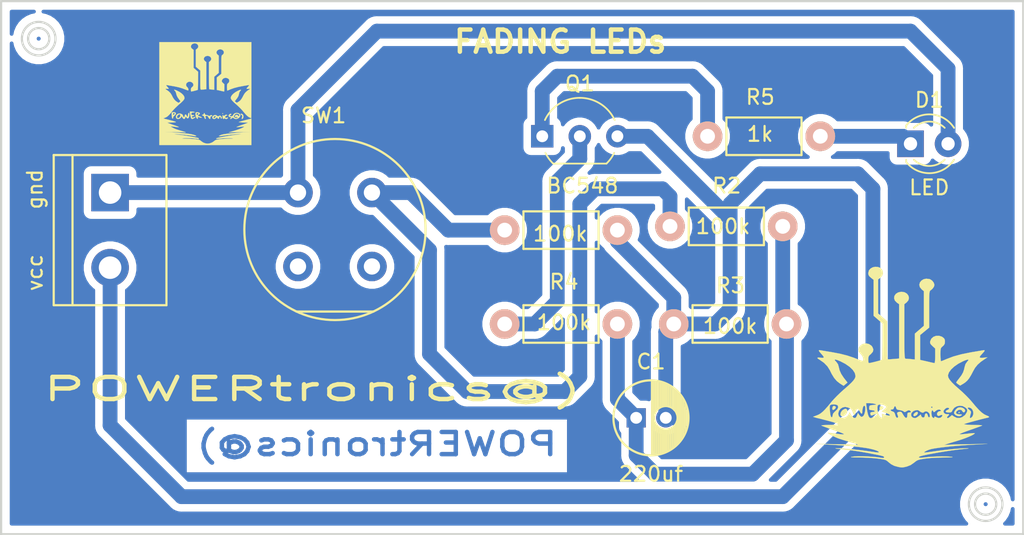
<source format=kicad_pcb>
(kicad_pcb (version 20171130) (host pcbnew "(5.1.6)-1")

  (general
    (thickness 1.6)
    (drawings 11)
    (tracks 61)
    (zones 0)
    (modules 12)
    (nets 8)
  )

  (page A4)
  (layers
    (0 F.Cu signal)
    (31 B.Cu signal)
    (32 B.Adhes user)
    (33 F.Adhes user)
    (34 B.Paste user)
    (35 F.Paste user)
    (36 B.SilkS user)
    (37 F.SilkS user)
    (38 B.Mask user)
    (39 F.Mask user)
    (40 Dwgs.User user)
    (41 Cmts.User user)
    (42 Eco1.User user)
    (43 Eco2.User user)
    (44 Edge.Cuts user)
    (45 Margin user)
    (46 B.CrtYd user)
    (47 F.CrtYd user)
    (48 B.Fab user)
    (49 F.Fab user)
  )

  (setup
    (last_trace_width 0.25)
    (user_trace_width 0.4)
    (user_trace_width 0.6)
    (user_trace_width 0.8)
    (user_trace_width 1)
    (user_trace_width 1.2)
    (trace_clearance 0.2)
    (zone_clearance 0.508)
    (zone_45_only no)
    (trace_min 0.2)
    (via_size 0.6)
    (via_drill 0.4)
    (via_min_size 0.4)
    (via_min_drill 0.3)
    (uvia_size 0.3)
    (uvia_drill 0.1)
    (uvias_allowed no)
    (uvia_min_size 0.2)
    (uvia_min_drill 0.1)
    (edge_width 0.15)
    (segment_width 0.2)
    (pcb_text_width 0.3)
    (pcb_text_size 1.5 1.5)
    (mod_edge_width 0.15)
    (mod_text_size 1 1)
    (mod_text_width 0.15)
    (pad_size 1.524 1.524)
    (pad_drill 0.762)
    (pad_to_mask_clearance 0.2)
    (aux_axis_origin 0 0)
    (visible_elements 7FFFFFFF)
    (pcbplotparams
      (layerselection 0x00030_ffffffff)
      (usegerberextensions false)
      (usegerberattributes true)
      (usegerberadvancedattributes true)
      (creategerberjobfile true)
      (excludeedgelayer true)
      (linewidth 0.100000)
      (plotframeref false)
      (viasonmask false)
      (mode 1)
      (useauxorigin false)
      (hpglpennumber 1)
      (hpglpenspeed 20)
      (hpglpendiameter 15.000000)
      (psnegative false)
      (psa4output false)
      (plotreference true)
      (plotvalue true)
      (plotinvisibletext false)
      (padsonsilk false)
      (subtractmaskfromsilk false)
      (outputformat 1)
      (mirror false)
      (drillshape 0)
      (scaleselection 1)
      (outputdirectory "C:/Users/Meena/Desktop/all icons and files/MINI PROJECTS/FADING LEDs/"))
  )

  (net 0 "")
  (net 1 "Net-(C1-Pad1)")
  (net 2 "Net-(C1-Pad2)")
  (net 3 "Net-(D1-Pad1)")
  (net 4 "Net-(D1-Pad2)")
  (net 5 "Net-(Q1-Pad2)")
  (net 6 "Net-(Q1-Pad1)")
  (net 7 "Net-(R1-Pad1)")

  (net_class Default "This is the default net class."
    (clearance 0.2)
    (trace_width 0.25)
    (via_dia 0.6)
    (via_drill 0.4)
    (uvia_dia 0.3)
    (uvia_drill 0.1)
    (add_net "Net-(C1-Pad1)")
    (add_net "Net-(C1-Pad2)")
    (add_net "Net-(D1-Pad1)")
    (add_net "Net-(D1-Pad2)")
    (add_net "Net-(Q1-Pad1)")
    (add_net "Net-(Q1-Pad2)")
    (add_net "Net-(R1-Pad1)")
  )

  (module LOGI:LOGO1 (layer F.Cu) (tedit 0) (tstamp 5F57EAD8)
    (at 122 86)
    (fp_text reference G*** (at 0 0) (layer F.SilkS) hide
      (effects (font (size 1.524 1.524) (thickness 0.3)))
    )
    (fp_text value LOGO (at 0.75 0) (layer F.SilkS) hide
      (effects (font (size 1.524 1.524) (thickness 0.3)))
    )
    (fp_poly (pts (xy 1.199439 1.347313) (xy 1.205159 1.352859) (xy 1.202624 1.380533) (xy 1.195969 1.385299)
      (xy 1.16276 1.383187) (xy 1.15704 1.377641) (xy 1.159575 1.349967) (xy 1.16623 1.3452)
      (xy 1.199439 1.347313)) (layer F.SilkS) (width 0.01))
    (fp_poly (pts (xy -2.059916 1.277439) (xy -2.011688 1.295394) (xy -2.01168 1.2954) (xy -1.981418 1.347311)
      (xy -1.995984 1.410574) (xy -2.053639 1.479626) (xy -2.074862 1.497363) (xy -2.141963 1.561804)
      (xy -2.168854 1.621216) (xy -2.170112 1.635688) (xy -2.180266 1.691102) (xy -2.201501 1.708492)
      (xy -2.225484 1.688957) (xy -2.243883 1.633593) (xy -2.245142 1.62581) (xy -2.263362 1.480886)
      (xy -2.268305 1.391708) (xy -2.17966 1.391708) (xy -2.176803 1.444116) (xy -2.152072 1.45835)
      (xy -2.106022 1.434181) (xy -2.096046 1.426181) (xy -2.065192 1.382396) (xy -2.07095 1.343723)
      (xy -2.110051 1.323552) (xy -2.121248 1.322917) (xy -2.159144 1.334153) (xy -2.17712 1.37445)
      (xy -2.17966 1.391708) (xy -2.268305 1.391708) (xy -2.269167 1.376167) (xy -2.262553 1.311971)
      (xy -2.251673 1.292194) (xy -2.204121 1.275516) (xy -2.132131 1.270705) (xy -2.059916 1.277439)) (layer F.SilkS) (width 0.01))
    (fp_poly (pts (xy 2.500537 1.394724) (xy 2.549681 1.44404) (xy 2.579415 1.512747) (xy 2.585165 1.589808)
      (xy 2.562358 1.664189) (xy 2.558675 1.670495) (xy 2.520555 1.717166) (xy 2.487823 1.733061)
      (xy 2.469545 1.717174) (xy 2.471602 1.680155) (xy 2.489 1.612322) (xy 2.502927 1.562761)
      (xy 2.505562 1.514854) (xy 2.473537 1.473755) (xy 2.453666 1.458402) (xy 2.400641 1.413097)
      (xy 2.392594 1.385982) (xy 2.429296 1.375943) (xy 2.436556 1.375833) (xy 2.500537 1.394724)) (layer F.SilkS) (width 0.01))
    (fp_poly (pts (xy 2.214605 1.324493) (xy 2.305811 1.368311) (xy 2.31536 1.375877) (xy 2.364038 1.422823)
      (xy 2.380045 1.463118) (xy 2.373572 1.507871) (xy 2.322198 1.610928) (xy 2.229664 1.689335)
      (xy 2.20588 1.70213) (xy 2.104917 1.732723) (xy 2.008447 1.721205) (xy 1.936006 1.683433)
      (xy 1.861515 1.631199) (xy 1.802629 1.683433) (xy 1.74808 1.725066) (xy 1.712244 1.733367)
      (xy 1.691197 1.717329) (xy 1.697533 1.69134) (xy 1.7272 1.661583) (xy 1.759952 1.625608)
      (xy 1.758459 1.600939) (xy 1.724714 1.598111) (xy 1.715671 1.600638) (xy 1.656662 1.599958)
      (xy 1.603596 1.570292) (xy 1.599984 1.56424) (xy 1.9304 1.56424) (xy 1.951529 1.603596)
      (xy 2.002191 1.642495) (xy 2.063296 1.668218) (xy 2.092389 1.672167) (xy 2.153128 1.659524)
      (xy 2.1844 1.640417) (xy 2.198559 1.619157) (xy 2.177485 1.610225) (xy 2.12909 1.608667)
      (xy 2.045524 1.598905) (xy 2.002471 1.571482) (xy 2.00329 1.545167) (xy 2.0828 1.545167)
      (xy 2.091466 1.565783) (xy 2.094 1.566333) (xy 2.115686 1.551501) (xy 2.1209 1.545167)
      (xy 2.118886 1.525662) (xy 2.109699 1.524) (xy 2.083833 1.539365) (xy 2.0828 1.545167)
      (xy 2.00329 1.545167) (xy 2.003788 1.529195) (xy 2.00837 1.521242) (xy 2.058541 1.471863)
      (xy 2.118811 1.450429) (xy 2.175248 1.457916) (xy 2.213919 1.495302) (xy 2.218318 1.506527)
      (xy 2.2441 1.536979) (xy 2.279232 1.534354) (xy 2.305394 1.501076) (xy 2.307147 1.494771)
      (xy 2.29689 1.442519) (xy 2.250322 1.399656) (xy 2.181855 1.373238) (xy 2.105898 1.37032)
      (xy 2.071223 1.379258) (xy 2.019193 1.41506) (xy 1.969456 1.473164) (xy 1.936342 1.534743)
      (xy 1.9304 1.56424) (xy 1.599984 1.56424) (xy 1.575677 1.523522) (xy 1.5748 1.513496)
      (xy 1.59254 1.46345) (xy 1.635516 1.41606) (xy 1.688362 1.384992) (xy 1.72437 1.380476)
      (xy 1.764755 1.398923) (xy 1.761518 1.427431) (xy 1.715859 1.456131) (xy 1.715157 1.456399)
      (xy 1.659513 1.488152) (xy 1.651712 1.517894) (xy 1.689099 1.538984) (xy 1.75063 1.545167)
      (xy 1.817165 1.541385) (xy 1.852843 1.52235) (xy 1.877413 1.476524) (xy 1.880248 1.469445)
      (xy 1.934489 1.390501) (xy 2.016555 1.338252) (xy 2.114057 1.315361) (xy 2.214605 1.324493)) (layer F.SilkS) (width 0.01))
    (fp_poly (pts (xy 1.474993 1.458561) (xy 1.492728 1.481401) (xy 1.475763 1.499425) (xy 1.449372 1.502833)
      (xy 1.396077 1.520742) (xy 1.361702 1.56308) (xy 1.35593 1.612767) (xy 1.37145 1.640267)
      (xy 1.400609 1.661373) (xy 1.434253 1.655609) (xy 1.46276 1.641129) (xy 1.515842 1.623803)
      (xy 1.540943 1.636765) (xy 1.530661 1.671599) (xy 1.509851 1.694667) (xy 1.447553 1.730696)
      (xy 1.378249 1.726634) (xy 1.326451 1.702716) (xy 1.28568 1.681599) (xy 1.27143 1.686569)
      (xy 1.27 1.702716) (xy 1.257266 1.732076) (xy 1.227589 1.728465) (xy 1.194693 1.694725)
      (xy 1.177451 1.647774) (xy 1.169596 1.585838) (xy 1.171327 1.525132) (xy 1.182842 1.48187)
      (xy 1.191971 1.472025) (xy 1.216753 1.479143) (xy 1.232223 1.503682) (xy 1.245492 1.530746)
      (xy 1.263664 1.530692) (xy 1.299951 1.501545) (xy 1.31063 1.491975) (xy 1.375028 1.451332)
      (xy 1.427138 1.443194) (xy 1.474993 1.458561)) (layer F.SilkS) (width 0.01))
    (fp_poly (pts (xy 0.745877 1.478373) (xy 0.754387 1.486958) (xy 0.791709 1.517713) (xy 0.829683 1.538927)
      (xy 0.877586 1.553445) (xy 0.911 1.537826) (xy 0.915344 1.533635) (xy 0.967768 1.5057)
      (xy 1.024217 1.51223) (xy 1.074573 1.547028) (xy 1.108717 1.6039) (xy 1.1176 1.657473)
      (xy 1.106477 1.7003) (xy 1.081759 1.708511) (xy 1.056418 1.683569) (xy 1.045599 1.649342)
      (xy 1.024448 1.592623) (xy 0.993181 1.572802) (xy 0.962383 1.588118) (xy 0.942639 1.63681)
      (xy 0.940188 1.666875) (xy 0.923896 1.705446) (xy 0.887314 1.716105) (xy 0.847596 1.699551)
      (xy 0.82339 1.662116) (xy 0.807613 1.609732) (xy 0.732053 1.672699) (xy 0.658499 1.721167)
      (xy 0.592247 1.732807) (xy 0.52705 1.712804) (xy 0.488875 1.672673) (xy 0.483701 1.633114)
      (xy 0.5588 1.633114) (xy 0.573489 1.666458) (xy 0.612969 1.666445) (xy 0.664749 1.637136)
      (xy 0.698571 1.597995) (xy 0.710524 1.556882) (xy 0.698415 1.528655) (xy 0.68145 1.524)
      (xy 0.631162 1.541161) (xy 0.583983 1.581113) (xy 0.55935 1.626564) (xy 0.5588 1.633114)
      (xy 0.483701 1.633114) (xy 0.481269 1.614521) (xy 0.502641 1.5531) (xy 0.549525 1.504369)
      (xy 0.622714 1.470863) (xy 0.693523 1.461742) (xy 0.745877 1.478373)) (layer F.SilkS) (width 0.01))
    (fp_poly (pts (xy -0.031665 1.363688) (xy -0.025518 1.385849) (xy -0.011008 1.426232) (xy 0.02091 1.448624)
      (xy 0.085608 1.462666) (xy 0.100466 1.464844) (xy 0.173759 1.481312) (xy 0.225039 1.503809)
      (xy 0.234878 1.512934) (xy 0.254999 1.53083) (xy 0.285922 1.524498) (xy 0.330331 1.499405)
      (xy 0.384901 1.470898) (xy 0.421311 1.469228) (xy 0.443437 1.480932) (xy 0.479216 1.516512)
      (xy 0.467271 1.538689) (xy 0.4191 1.545167) (xy 0.377965 1.549881) (xy 0.359839 1.572003)
      (xy 0.35561 1.6235) (xy 0.3556 1.628584) (xy 0.347207 1.697762) (xy 0.323994 1.727731)
      (xy 0.28891 1.718941) (xy 0.244904 1.671843) (xy 0.204528 1.605515) (xy 0.170251 1.547645)
      (xy 0.140729 1.521013) (xy 0.104218 1.516821) (xy 0.088865 1.518825) (xy 0.0269 1.537093)
      (xy 0.006933 1.570575) (xy 0.024357 1.627668) (xy 0.02662 1.632288) (xy 0.041088 1.682274)
      (xy 0.034181 1.717457) (xy 0.011315 1.728405) (xy -0.018085 1.710105) (xy -0.039867 1.671777)
      (xy -0.058945 1.613829) (xy -0.060921 1.605233) (xy -0.08294 1.547293) (xy -0.126257 1.515132)
      (xy -0.155038 1.505239) (xy -0.205558 1.480761) (xy -0.212305 1.455978) (xy -0.175644 1.440654)
      (xy -0.152589 1.439333) (xy -0.110771 1.421554) (xy -0.096938 1.385758) (xy -0.079754 1.338682)
      (xy -0.05476 1.331329) (xy -0.031665 1.363688)) (layer F.SilkS) (width 0.01))
    (fp_poly (pts (xy -0.492076 1.278722) (xy -0.422208 1.299398) (xy -0.371173 1.329029) (xy -0.3556 1.355347)
      (xy -0.371822 1.38226) (xy -0.412601 1.425197) (xy -0.432729 1.443474) (xy -0.509857 1.51073)
      (xy -0.37742 1.555095) (xy -0.297794 1.586531) (xy -0.246759 1.616018) (xy -0.229778 1.638876)
      (xy -0.252318 1.650426) (xy -0.2654 1.651) (xy -0.314923 1.643141) (xy -0.384195 1.623778)
      (xy -0.397618 1.61925) (xy -0.467447 1.595993) (xy -0.500632 1.59208) (xy -0.507456 1.610638)
      (xy -0.499307 1.650179) (xy -0.495579 1.704982) (xy -0.514861 1.723845) (xy -0.550796 1.705367)
      (xy -0.583081 1.668612) (xy -0.632862 1.568729) (xy -0.657245 1.448609) (xy -0.656611 1.397)
      (xy -0.5842 1.397) (xy -0.580177 1.445258) (xy -0.56005 1.457769) (xy -0.511737 1.440986)
      (xy -0.506331 1.438588) (xy -0.463822 1.404544) (xy -0.457953 1.366683) (xy -0.486789 1.339162)
      (xy -0.5207 1.3335) (xy -0.566082 1.340334) (xy -0.582684 1.369386) (xy -0.5842 1.397)
      (xy -0.656611 1.397) (xy -0.656083 1.354106) (xy -0.644797 1.303741) (xy -0.615741 1.281455)
      (xy -0.563353 1.273839) (xy -0.492076 1.278722)) (layer F.SilkS) (width 0.01))
    (fp_poly (pts (xy -0.839244 1.23363) (xy -0.759587 1.248425) (xy -0.744604 1.253079) (xy -0.704996 1.268276)
      (xy -0.699943 1.277259) (xy -0.735058 1.283776) (xy -0.8001 1.290121) (xy -0.875323 1.298569)
      (xy -0.913825 1.312068) (xy -0.929443 1.339817) (xy -0.934887 1.379776) (xy -0.936831 1.431095)
      (xy -0.919485 1.454304) (xy -0.869002 1.462887) (xy -0.847951 1.464442) (xy -0.777285 1.476276)
      (xy -0.745316 1.494987) (xy -0.755142 1.514104) (xy -0.809857 1.527156) (xy -0.817609 1.527855)
      (xy -0.874969 1.537005) (xy -0.895276 1.558479) (xy -0.894803 1.586192) (xy -0.882667 1.635182)
      (xy -0.856649 1.648786) (xy -0.805047 1.631125) (xy -0.78905 1.623429) (xy -0.710814 1.59233)
      (xy -0.667623 1.588952) (xy -0.662417 1.608206) (xy -0.698139 1.645005) (xy -0.755197 1.681987)
      (xy -0.832122 1.721112) (xy -0.883416 1.733422) (xy -0.921063 1.720554) (xy -0.936909 1.70682)
      (xy -0.959642 1.664624) (xy -0.982801 1.586472) (xy -1.00486 1.478709) (xy -1.024292 1.347682)
      (xy -1.025394 1.338792) (xy -1.039007 1.227667) (xy -0.927557 1.227667) (xy -0.839244 1.23363)) (layer F.SilkS) (width 0.01))
    (fp_poly (pts (xy -1.077675 1.330816) (xy -1.066537 1.378906) (xy -1.066726 1.445566) (xy -1.076806 1.519756)
      (xy -1.095338 1.590438) (xy -1.120885 1.646576) (xy -1.148886 1.675646) (xy -1.190426 1.690789)
      (xy -1.223573 1.679207) (xy -1.262238 1.635315) (xy -1.267659 1.627953) (xy -1.315372 1.562573)
      (xy -1.345339 1.638241) (xy -1.37015 1.690417) (xy -1.393029 1.722355) (xy -1.396561 1.724857)
      (xy -1.444565 1.727501) (xy -1.496575 1.694248) (xy -1.544783 1.630375) (xy -1.54966 1.621438)
      (xy -1.595473 1.534583) (xy -1.625991 1.604018) (xy -1.674314 1.669055) (xy -1.744989 1.712985)
      (xy -1.82448 1.731789) (xy -1.899247 1.721451) (xy -1.939164 1.696958) (xy -1.971845 1.640209)
      (xy -1.977995 1.580568) (xy -1.905 1.580568) (xy -1.899844 1.630297) (xy -1.888067 1.658055)
      (xy -1.839104 1.672509) (xy -1.778736 1.654643) (xy -1.729044 1.616395) (xy -1.689312 1.553401)
      (xy -1.677859 1.487651) (xy -1.69614 1.434322) (xy -1.710324 1.421055) (xy -1.752126 1.415876)
      (xy -1.80416 1.439315) (xy -1.854742 1.481798) (xy -1.892187 1.53375) (xy -1.905 1.580568)
      (xy -1.977995 1.580568) (xy -1.979592 1.565081) (xy -1.961231 1.490613) (xy -1.952828 1.474983)
      (xy -1.887464 1.404101) (xy -1.803376 1.363909) (xy -1.712262 1.358389) (xy -1.657006 1.374288)
      (xy -1.59776 1.396637) (xy -1.572399 1.404111) (xy -1.542082 1.429148) (xy -1.511348 1.481016)
      (xy -1.499065 1.512035) (xy -1.469273 1.588219) (xy -1.444036 1.622797) (xy -1.421868 1.615579)
      (xy -1.401281 1.566375) (xy -1.385129 1.497542) (xy -1.363011 1.438632) (xy -1.330986 1.420251)
      (xy -1.293146 1.442234) (xy -1.254337 1.502833) (xy -1.219227 1.562493) (xy -1.190997 1.584832)
      (xy -1.172967 1.568831) (xy -1.168121 1.529292) (xy -1.161805 1.44276) (xy -1.145708 1.371448)
      (xy -1.1228 1.325034) (xy -1.101577 1.312333) (xy -1.077675 1.330816)) (layer F.SilkS) (width 0.01))
    (fp_poly (pts (xy 3.1242 -0.899583) (xy 3.124089 -0.573388) (xy 3.123766 -0.259171) (xy 3.123245 0.040497)
      (xy 3.12254 0.323045) (xy 3.121664 0.585902) (xy 3.12063 0.826497) (xy 3.119453 1.042259)
      (xy 3.118146 1.230618) (xy 3.116724 1.389002) (xy 3.115199 1.514841) (xy 3.113585 1.605564)
      (xy 3.111896 1.658599) (xy 3.110488 1.672167) (xy 3.081387 1.663378) (xy 3.024654 1.641314)
      (xy 2.999562 1.630837) (xy 2.930135 1.593112) (xy 2.854128 1.53464) (xy 2.767278 1.451314)
      (xy 2.665322 1.339025) (xy 2.543996 1.193666) (xy 2.537432 1.185564) (xy 2.456061 1.092587)
      (xy 2.35087 0.983295) (xy 2.234784 0.870603) (xy 2.120727 0.767426) (xy 2.1082 0.756647)
      (xy 1.962532 0.6274) (xy 1.85447 0.52029) (xy 1.781145 0.431874) (xy 1.739686 0.35871)
      (xy 1.7272 0.299687) (xy 1.750297 0.207998) (xy 1.815482 0.108958) (xy 1.91659 0.008459)
      (xy 2.047459 -0.087607) (xy 2.201924 -0.173347) (xy 2.240705 -0.191238) (xy 2.340623 -0.23169)
      (xy 2.401072 -0.246921) (xy 2.421627 -0.236983) (xy 2.401861 -0.20193) (xy 2.375929 -0.174213)
      (xy 2.318932 -0.092952) (xy 2.286878 0.015988) (xy 2.26042 0.128799) (xy 2.218038 0.228396)
      (xy 2.15166 0.331216) (xy 2.098826 0.399002) (xy 2.05125 0.459949) (xy 2.017946 0.507439)
      (xy 2.006599 0.529757) (xy 2.024679 0.553587) (xy 2.068633 0.587887) (xy 2.072939 0.590746)
      (xy 2.139278 0.634232) (xy 2.253247 0.566026) (xy 2.327931 0.514047) (xy 2.393653 0.450131)
      (xy 2.456304 0.366662) (xy 2.521769 0.256022) (xy 2.579683 0.143723) (xy 2.650615 0.021842)
      (xy 2.737732 -0.082674) (xy 2.851906 -0.180988) (xy 2.9845 -0.271943) (xy 3.0607 -0.320449)
      (xy 2.92735 -0.309388) (xy 2.844995 -0.305797) (xy 2.803636 -0.315323) (xy 2.8017 -0.34269)
      (xy 2.837614 -0.392624) (xy 2.883146 -0.442187) (xy 2.942328 -0.508125) (xy 2.967029 -0.547519)
      (xy 2.958244 -0.56413) (xy 2.916968 -0.561714) (xy 2.91465 -0.561274) (xy 2.868095 -0.552934)
      (xy 2.783741 -0.53841) (xy 2.673621 -0.519755) (xy 2.551289 -0.499276) (xy 2.227065 -0.43638)
      (xy 1.948536 -0.362962) (xy 1.711892 -0.277991) (xy 1.677231 -0.263065) (xy 1.594552 -0.227665)
      (xy 1.529363 -0.20183) (xy 1.494515 -0.190623) (xy 1.493081 -0.1905) (xy 1.484892 -0.210201)
      (xy 1.478342 -0.263454) (xy 1.47422 -0.341483) (xy 1.4732 -0.411122) (xy 1.473766 -0.510268)
      (xy 1.477222 -0.576899) (xy 1.4862 -0.620835) (xy 1.503333 -0.651893) (xy 1.531255 -0.679893)
      (xy 1.5494 -0.695244) (xy 1.601077 -0.74817) (xy 1.622598 -0.804786) (xy 1.625599 -0.85374)
      (xy 1.619309 -0.920481) (xy 1.593327 -0.966006) (xy 1.547451 -1.003535) (xy 1.452047 -1.046635)
      (xy 1.351741 -1.053255) (xy 1.257713 -1.027069) (xy 1.181142 -0.971752) (xy 1.133209 -0.890981)
      (xy 1.12661 -0.865192) (xy 1.122515 -0.814921) (xy 1.138182 -0.77351) (xy 1.181223 -0.725029)
      (xy 1.203692 -0.703877) (xy 1.2954 -0.619286) (xy 1.2954 -0.373143) (xy 1.293729 -0.276734)
      (xy 1.289185 -0.19804) (xy 1.282469 -0.145369) (xy 1.27461 -0.127) (xy 1.23998 -0.132488)
      (xy 1.174407 -0.146506) (xy 1.12856 -0.157249) (xy 1.028204 -0.18093) (xy 0.926136 -0.204189)
      (xy 0.89535 -0.210981) (xy 0.787399 -0.234465) (xy 0.7874 -0.655043) (xy 0.7874 -1.07562)
      (xy 0.9398 -1.201444) (xy 1.0922 -1.327267) (xy 1.0922 -1.943017) (xy 1.092398 -2.121458)
      (xy 1.093216 -2.262275) (xy 1.094989 -2.370177) (xy 1.098051 -2.449873) (xy 1.102737 -2.506071)
      (xy 1.109381 -2.543481) (xy 1.118319 -2.56681) (xy 1.129884 -2.580769) (xy 1.137926 -2.586425)
      (xy 1.223406 -2.658816) (xy 1.262836 -2.741629) (xy 1.254464 -2.829164) (xy 1.227702 -2.878889)
      (xy 1.15373 -2.947052) (xy 1.060246 -2.980485) (xy 0.958962 -2.977849) (xy 0.861591 -2.937807)
      (xy 0.840886 -2.923091) (xy 0.775743 -2.84729) (xy 0.757456 -2.763252) (xy 0.7861 -2.679242)
      (xy 0.8382 -2.62141) (xy 0.9144 -2.55791) (xy 0.9144 -1.973961) (xy 0.914399 -1.390012)
      (xy 0.609599 -1.125498) (xy 0.6096 -0.686801) (xy 0.6096 -0.248104) (xy 0.47625 -0.261451)
      (xy 0.391348 -0.269167) (xy 0.322336 -0.274078) (xy 0.29845 -0.274983) (xy 0.287753 -0.277165)
      (xy 0.278919 -0.286064) (xy 0.27177 -0.305355) (xy 0.266129 -0.338713) (xy 0.261819 -0.389812)
      (xy 0.258664 -0.462327) (xy 0.256485 -0.559934) (xy 0.255107 -0.686306) (xy 0.254353 -0.845119)
      (xy 0.254044 -1.040047) (xy 0.254 -1.198008) (xy 0.254 -2.120849) (xy 0.3302 -2.180167)
      (xy 0.39032 -2.251482) (xy 0.408976 -2.330889) (xy 0.390645 -2.408893) (xy 0.339808 -2.475996)
      (xy 0.260943 -2.522702) (xy 0.160703 -2.53953) (xy 0.053391 -2.52151) (xy -0.027478 -2.474619)
      (xy -0.077978 -2.407873) (xy -0.094185 -2.330293) (xy -0.072174 -2.250896) (xy -0.00802 -2.178701)
      (xy 0.000863 -2.172226) (xy 0.0762 -2.1194) (xy 0.0762 -0.281197) (xy -0.079926 -0.267599)
      (xy -0.171096 -0.260302) (xy -0.246931 -0.255367) (xy -0.283126 -0.254) (xy -0.296422 -0.255865)
      (xy -0.306951 -0.264399) (xy -0.315034 -0.284011) (xy -0.320995 -0.319108) (xy -0.325153 -0.374098)
      (xy -0.327831 -0.453391) (xy -0.329351 -0.561393) (xy -0.330033 -0.702514) (xy -0.3302 -0.881162)
      (xy -0.3302 -0.899302) (xy -0.330201 -1.544604) (xy -0.481804 -1.674922) (xy -0.633408 -1.805241)
      (xy -0.634854 -2.955531) (xy -0.560782 -3.014668) (xy -0.489457 -3.091495) (xy -0.466537 -3.172935)
      (xy -0.48359 -3.251583) (xy -0.534238 -3.325401) (xy -0.608472 -3.369614) (xy -0.695694 -3.385935)
      (xy -0.785304 -3.376073) (xy -0.866706 -3.34174) (xy -0.929301 -3.284646) (xy -0.962491 -3.206502)
      (xy -0.9652 -3.173836) (xy -0.958102 -3.110681) (xy -0.929401 -3.062156) (xy -0.8763 -3.014879)
      (xy -0.7874 -2.94501) (xy -0.7874 -1.728679) (xy -0.634947 -1.596376) (xy -0.482494 -1.464072)
      (xy -0.48418 -0.863376) (xy -0.485208 -0.707522) (xy -0.487275 -0.565207) (xy -0.490211 -0.442006)
      (xy -0.493843 -0.343494) (xy -0.498002 -0.275244) (xy -0.502515 -0.242832) (xy -0.503283 -0.241314)
      (xy -0.531986 -0.228632) (xy -0.595883 -0.208811) (xy -0.681019 -0.185426) (xy -0.773444 -0.162055)
      (xy -0.859203 -0.142274) (xy -0.924345 -0.129661) (xy -0.949206 -0.127) (xy -0.9579 -0.146165)
      (xy -0.963709 -0.195679) (xy -0.965201 -0.245508) (xy -0.96165 -0.3184) (xy -0.946285 -0.365862)
      (xy -0.912032 -0.404613) (xy -0.890455 -0.422201) (xy -0.817123 -0.499136) (xy -0.793883 -0.578303)
      (xy -0.820034 -0.662542) (xy -0.827886 -0.675347) (xy -0.899415 -0.748712) (xy -0.991211 -0.787784)
      (xy -1.093225 -0.789495) (xy -1.149544 -0.773599) (xy -1.236327 -0.718841) (xy -1.285996 -0.644396)
      (xy -1.296352 -0.560918) (xy -1.265191 -0.479058) (xy -1.220392 -0.430745) (xy -1.175284 -0.3785)
      (xy -1.144118 -0.313912) (xy -1.131536 -0.25169) (xy -1.142183 -0.206543) (xy -1.147755 -0.200649)
      (xy -1.175886 -0.203528) (xy -1.236812 -0.222465) (xy -1.3185 -0.253606) (xy -1.337036 -0.261281)
      (xy -1.559926 -0.345493) (xy -1.793447 -0.413925) (xy -2.053357 -0.470865) (xy -2.206314 -0.497705)
      (xy -2.33286 -0.518495) (xy -2.445468 -0.537243) (xy -2.532494 -0.551993) (xy -2.582294 -0.560789)
      (xy -2.58445 -0.561203) (xy -2.626378 -0.5645) (xy -2.637243 -0.549462) (xy -2.615984 -0.511973)
      (xy -2.561539 -0.447924) (xy -2.5527 -0.43823) (xy -2.493594 -0.37001) (xy -2.469344 -0.328441)
      (xy -2.480918 -0.308633) (xy -2.529288 -0.305698) (xy -2.578101 -0.310199) (xy -2.656176 -0.31468)
      (xy -2.686857 -0.30445) (xy -2.670357 -0.278902) (xy -2.606885 -0.237424) (xy -2.603916 -0.235733)
      (xy -2.460678 -0.134377) (xy -2.341888 -0.010861) (xy -2.262069 0.118135) (xy -2.179458 0.282013)
      (xy -2.093619 0.409676) (xy -1.999938 0.507226) (xy -1.9274 0.560751) (xy -1.79995 0.641746)
      (xy -1.734092 0.586864) (xy -1.668233 0.531981) (xy -1.77285 0.398171) (xy -1.863838 0.269026)
      (xy -1.92372 0.149653) (xy -1.960625 0.022937) (xy -1.966987 -0.010583) (xy -2.004228 -0.116896)
      (xy -2.051298 -0.174404) (xy -2.09504 -0.220369) (xy -2.09777 -0.243745) (xy -2.061648 -0.244259)
      (xy -1.988829 -0.221638) (xy -1.916326 -0.191512) (xy -1.74271 -0.10182) (xy -1.599095 -0.002389)
      (xy -1.490369 0.102074) (xy -1.421418 0.206866) (xy -1.397131 0.307279) (xy -1.397131 0.308308)
      (xy -1.405632 0.358272) (xy -1.433553 0.414199) (xy -1.484822 0.480686) (xy -1.563369 0.562329)
      (xy -1.673121 0.663724) (xy -1.782408 0.759044) (xy -1.894156 0.859056) (xy -2.007799 0.967876)
      (xy -2.111281 1.073522) (xy -2.192547 1.164016) (xy -2.204431 1.178446) (xy -2.318094 1.316574)
      (xy -2.411376 1.423239) (xy -2.489674 1.503459) (xy -2.558384 1.56225) (xy -2.6229 1.604629)
      (xy -2.68862 1.635614) (xy -2.701403 1.640521) (xy -2.8321 1.689195) (xy -2.760597 1.712431)
      (xy -2.705082 1.728982) (xy -2.673818 1.735667) (xy -2.645542 1.741815) (xy -2.57766 1.758765)
      (xy -2.478896 1.784278) (xy -2.357973 1.816113) (xy -2.288122 1.834718) (xy -2.13854 1.875813)
      (xy -2.037441 1.907125) (xy -1.98519 1.930039) (xy -1.982153 1.94594) (xy -2.028698 1.956215)
      (xy -2.125189 1.962247) (xy -2.271994 1.965423) (xy -2.322831 1.965996) (xy -2.425944 1.968647)
      (xy -2.503805 1.973819) (xy -2.546965 1.980679) (xy -2.551431 1.986072) (xy -2.520489 1.999958)
      (xy -2.451334 2.026505) (xy -2.352821 2.062447) (xy -2.233804 2.10452) (xy -2.1717 2.126036)
      (xy -2.005626 2.183965) (xy -1.886428 2.227824) (xy -1.813511 2.258608) (xy -1.786279 2.277314)
      (xy -1.804136 2.284938) (xy -1.866484 2.282476) (xy -1.972728 2.270923) (xy -2.094452 2.255059)
      (xy -2.195561 2.242297) (xy -2.275764 2.233897) (xy -2.323344 2.231003) (xy -2.331187 2.231933)
      (xy -2.318767 2.247764) (xy -2.272926 2.277903) (xy -2.204798 2.316315) (xy -2.125515 2.356968)
      (xy -2.046208 2.39383) (xy -1.991256 2.416155) (xy -1.917172 2.44143) (xy -1.811617 2.474868)
      (xy -1.691319 2.511249) (xy -1.618626 2.532432) (xy -1.473446 2.575132) (xy -1.375625 2.606576)
      (xy -1.323771 2.627414) (xy -1.316493 2.638301) (xy -1.3524 2.639887) (xy -1.397 2.636362)
      (xy -1.454778 2.63277) (xy -1.554564 2.628833) (xy -1.687576 2.624799) (xy -1.845028 2.620919)
      (xy -2.018135 2.617444) (xy -2.1209 2.615733) (xy -2.7305 2.606368) (xy -2.2352 2.634194)
      (xy -1.940361 2.652187) (xy -1.685627 2.671044) (xy -1.460306 2.691754) (xy -1.253703 2.715308)
      (xy -1.055125 2.742696) (xy -1.041853 2.744691) (xy -0.916536 2.767457) (xy -0.800832 2.795364)
      (xy -0.704585 2.825307) (xy -0.637642 2.854181) (xy -0.609848 2.878881) (xy -0.6096 2.880998)
      (xy -0.610369 2.890649) (xy -0.617974 2.896234) (xy -0.640368 2.897176) (xy -0.685503 2.892901)
      (xy -0.76133 2.882832) (xy -0.8758 2.866393) (xy -0.9398 2.85709) (xy -1.143643 2.829343)
      (xy -1.351173 2.804481) (xy -1.551914 2.783505) (xy -1.73539 2.767416) (xy -1.891127 2.757214)
      (xy -2.008649 2.753899) (xy -2.019145 2.754004) (xy -2.067923 2.755884) (xy -2.078577 2.759837)
      (xy -2.04824 2.766406) (xy -1.974044 2.776132) (xy -1.853122 2.789557) (xy -1.8034 2.794795)
      (xy -1.578637 2.820385) (xy -1.363692 2.849753) (xy -1.142497 2.885419) (xy -0.898981 2.9299)
      (xy -0.729189 2.963121) (xy -0.603744 2.988531) (xy -0.519601 3.007215) (xy -0.468551 3.021934)
      (xy -0.442389 3.035446) (xy -0.432908 3.050513) (xy -0.431801 3.063142) (xy -0.447767 3.085362)
      (xy -0.48895 3.083136) (xy -0.617239 3.062149) (xy -0.771411 3.045406) (xy -0.939484 3.033337)
      (xy -1.109476 3.026369) (xy -1.269404 3.024931) (xy -1.407286 3.029454) (xy -1.51114 3.040364)
      (xy -1.5367 3.045638) (xy -1.553236 3.053647) (xy -1.528001 3.059529) (xy -1.458401 3.063484)
      (xy -1.341844 3.065712) (xy -1.27 3.06622) (xy -1.109627 3.069797) (xy -0.935785 3.078332)
      (xy -0.770857 3.090494) (xy -0.651979 3.102997) (xy -0.530205 3.119203) (xy -0.446789 3.133264)
      (xy -0.389803 3.149041) (xy -0.347321 3.170397) (xy -0.307413 3.201195) (xy -0.283679 3.222259)
      (xy -0.145747 3.319659) (xy 0.00478 3.378196) (xy 0.161544 3.397716) (xy 0.318186 3.378062)
      (xy 0.468347 3.319082) (xy 0.579792 3.243265) (xy 0.637968 3.196726) (xy 0.687768 3.165452)
      (xy 0.743583 3.144024) (xy 0.819803 3.12702) (xy 0.930819 3.10902) (xy 0.9398 3.107654)
      (xy 1.101611 3.088871) (xy 1.298109 3.075496) (xy 1.513456 3.068538) (xy 1.5621 3.067967)
      (xy 1.70324 3.065819) (xy 1.806901 3.062056) (xy 1.869151 3.056923) (xy 1.886061 3.050668)
      (xy 1.8796 3.048) (xy 1.813798 3.038509) (xy 1.709337 3.032625) (xy 1.578159 3.030209)
      (xy 1.432206 3.031123) (xy 1.283419 3.035229) (xy 1.14374 3.042388) (xy 1.025111 3.052462)
      (xy 0.978117 3.058445) (xy 0.867983 3.071384) (xy 0.788896 3.073792) (xy 0.746052 3.066249)
      (xy 0.744646 3.049335) (xy 0.766136 3.03478) (xy 0.818218 3.016651) (xy 0.91237 2.99325)
      (xy 1.040496 2.965983) (xy 1.194503 2.936256) (xy 1.366296 2.905477) (xy 1.54778 2.875051)
      (xy 1.730861 2.846386) (xy 1.907446 2.820889) (xy 2.069438 2.799964) (xy 2.1971 2.786108)
      (xy 2.318312 2.774195) (xy 2.392084 2.76574) (xy 2.421536 2.760093) (xy 2.409788 2.756605)
      (xy 2.359959 2.754626) (xy 2.349344 2.754419) (xy 2.237251 2.75667) (xy 2.085648 2.765974)
      (xy 1.904899 2.781345) (xy 1.705372 2.801796) (xy 1.497431 2.826341) (xy 1.291441 2.853996)
      (xy 1.27 2.85709) (xy 1.151143 2.873885) (xy 1.048579 2.887483) (xy 0.973876 2.896407)
      (xy 0.9398 2.899222) (xy 0.922785 2.891163) (xy 0.942706 2.871089) (xy 0.990059 2.844147)
      (xy 1.055343 2.815485) (xy 1.129054 2.79025) (xy 1.153074 2.783687) (xy 1.256327 2.762604)
      (xy 1.402125 2.740186) (xy 1.582281 2.717305) (xy 1.78861 2.694834) (xy 2.012924 2.673648)
      (xy 2.247038 2.654618) (xy 2.482765 2.638618) (xy 2.550533 2.634654) (xy 3.0607 2.605966)
      (xy 2.4511 2.615783) (xy 2.272035 2.619014) (xy 2.102713 2.622715) (xy 1.95214 2.626639)
      (xy 1.829318 2.630539) (xy 1.743252 2.634169) (xy 1.7145 2.635988) (xy 1.5875 2.646377)
      (xy 1.6764 2.615854) (xy 1.7356 2.59667) (xy 1.829419 2.567558) (xy 1.94454 2.532607)
      (xy 2.0574 2.49893) (xy 2.198809 2.453806) (xy 2.333776 2.404784) (xy 2.453643 2.355606)
      (xy 2.549754 2.310016) (xy 2.613452 2.271756) (xy 2.635182 2.249126) (xy 2.615623 2.242909)
      (xy 2.554614 2.244033) (xy 2.460661 2.252155) (xy 2.407432 2.258307) (xy 2.298115 2.270548)
      (xy 2.203472 2.278844) (xy 2.137824 2.282039) (xy 2.1209 2.28143) (xy 2.125925 2.271971)
      (xy 2.171779 2.249498) (xy 2.252091 2.216647) (xy 2.360489 2.176055) (xy 2.4638 2.139554)
      (xy 2.596165 2.093345) (xy 2.712518 2.051724) (xy 2.804521 2.017753) (xy 2.863835 1.994496)
      (xy 2.881629 1.986095) (xy 2.869543 1.978081) (xy 2.816665 1.971675) (xy 2.733002 1.967867)
      (xy 2.691129 1.96728) (xy 2.537297 1.964733) (xy 2.411511 1.959284) (xy 2.320782 1.951403)
      (xy 2.272121 1.941559) (xy 2.267458 1.938937) (xy 2.286533 1.930142) (xy 2.344785 1.911548)
      (xy 2.432806 1.885728) (xy 2.541188 1.85525) (xy 2.660524 1.822687) (xy 2.781406 1.790607)
      (xy 2.894428 1.761581) (xy 2.990182 1.738179) (xy 3.05435 1.723944) (xy 3.1242 1.709911)
      (xy 3.1242 3.4925) (xy -3.0988 3.4925) (xy -3.0988 -3.471333) (xy 3.1242 -3.471333)
      (xy 3.1242 -0.899583)) (layer F.SilkS) (width 0.01))
  )

  (module "LOGI:LOGO PT" (layer F.Cu) (tedit 0) (tstamp 5F57EA08)
    (at 168.75 104.5)
    (fp_text reference G*** (at 0 0) (layer F.SilkS) hide
      (effects (font (size 1.524 1.524) (thickness 0.3)))
    )
    (fp_text value LOGO (at 0.75 0) (layer F.SilkS) hide
      (effects (font (size 1.524 1.524) (thickness 0.3)))
    )
    (fp_poly (pts (xy -4.152085 2.675869) (xy -4.127091 2.748119) (xy -4.174051 2.835798) (xy -4.192092 2.852362)
      (xy -4.291378 2.913888) (xy -4.348213 2.898531) (xy -4.361491 2.806747) (xy -4.359319 2.783417)
      (xy -4.331291 2.683621) (xy -4.267983 2.647315) (xy -4.242496 2.645834) (xy -4.152085 2.675869)) (layer F.SilkS) (width 0.01))
    (fp_poly (pts (xy 4.249737 3.073935) (xy 4.2418 3.090334) (xy 4.19615 3.130719) (xy 4.188001 3.132667)
      (xy 4.166182 3.099914) (xy 4.1656 3.090334) (xy 4.204652 3.049627) (xy 4.219398 3.048)
      (xy 4.249737 3.073935)) (layer F.SilkS) (width 0.01))
    (fp_poly (pts (xy 4.439025 2.769143) (xy 4.556647 2.840942) (xy 4.615394 2.938249) (xy 4.614294 2.989542)
      (xy 4.566877 3.063546) (xy 4.496862 3.076862) (xy 4.440887 3.024639) (xy 4.436637 3.013055)
      (xy 4.369816 2.926013) (xy 4.261854 2.89916) (xy 4.140618 2.930543) (xy 4.033971 3.018209)
      (xy 4.016741 3.042485) (xy 3.999203 3.131295) (xy 4.071642 3.191269) (xy 4.226337 3.216814)
      (xy 4.25818 3.217334) (xy 4.369491 3.222456) (xy 4.396599 3.244348) (xy 4.3688 3.280834)
      (xy 4.254585 3.336552) (xy 4.109931 3.331587) (xy 3.972731 3.267912) (xy 3.9624 3.259667)
      (xy 3.887663 3.182298) (xy 3.8608 3.128481) (xy 3.895166 3.018253) (xy 3.979156 2.893465)
      (xy 4.084107 2.791767) (xy 4.142446 2.758516) (xy 4.29135 2.736963) (xy 4.439025 2.769143)) (layer F.SilkS) (width 0.01))
    (fp_poly (pts (xy 1.414458 3.078684) (xy 1.415563 3.150924) (xy 1.370602 3.235001) (xy 1.329499 3.274272)
      (xy 1.217337 3.335588) (xy 1.142196 3.329712) (xy 1.1176 3.266228) (xy 1.156179 3.176753)
      (xy 1.245997 3.092808) (xy 1.348176 3.048979) (xy 1.3629 3.048) (xy 1.414458 3.078684)) (layer F.SilkS) (width 0.01))
    (fp_poly (pts (xy -0.943183 2.695438) (xy -0.912007 2.761873) (xy -0.951743 2.837994) (xy -1.012661 2.877177)
      (xy -1.114802 2.914844) (xy -1.158651 2.894949) (xy -1.168373 2.804586) (xy -1.1684 2.794)
      (xy -1.154732 2.703237) (xy -1.096628 2.670033) (xy -1.0414 2.667) (xy -0.943183 2.695438)) (layer F.SilkS) (width 0.01))
    (fp_poly (pts (xy -3.416414 2.841677) (xy -3.362471 2.919271) (xy -3.3528 3.005141) (xy -3.384375 3.127973)
      (xy -3.464517 3.236429) (xy -3.571353 3.31444) (xy -3.683009 3.345939) (xy -3.776134 3.316111)
      (xy -3.81823 3.227103) (xy -3.797195 3.106611) (xy -3.721946 2.982843) (xy -3.649248 2.914786)
      (xy -3.513579 2.839703) (xy -3.416414 2.841677)) (layer F.SilkS) (width 0.01))
    (fp_poly (pts (xy -1.277331 -6.757104) (xy -1.117159 -6.688983) (xy -0.996592 -6.562875) (xy -0.96718 -6.503165)
      (xy -0.933895 -6.321159) (xy -0.993473 -6.160494) (xy -1.121564 -6.029336) (xy -1.269707 -5.911061)
      (xy -1.268261 -4.760771) (xy -1.266816 -3.610482) (xy -0.963608 -3.349844) (xy -0.660401 -3.089207)
      (xy -0.6604 -1.798603) (xy -0.660128 -1.434093) (xy -0.658883 -1.145432) (xy -0.656022 -0.923805)
      (xy -0.650901 -0.760395) (xy -0.642878 -0.646385) (xy -0.63131 -0.572958) (xy -0.615553 -0.5313)
      (xy -0.594963 -0.512592) (xy -0.568899 -0.508019) (xy -0.566252 -0.508) (xy -0.466653 -0.512275)
      (xy -0.305335 -0.52335) (xy -0.159852 -0.535197) (xy 0.1524 -0.562394) (xy 0.1524 -4.238799)
      (xy 0.001727 -4.344451) (xy -0.13544 -4.486409) (xy -0.187536 -4.644574) (xy -0.162412 -4.80091)
      (xy -0.067917 -4.937378) (xy 0.0881 -5.035943) (xy 0.297791 -5.078567) (xy 0.321407 -5.079059)
      (xy 0.525408 -5.044103) (xy 0.682139 -4.949725) (xy 0.782643 -4.814918) (xy 0.81796 -4.658676)
      (xy 0.779133 -4.499993) (xy 0.6604 -4.360333) (xy 0.508 -4.241697) (xy 0.508 -2.396015)
      (xy 0.508205 -1.951873) (xy 0.509059 -1.585048) (xy 0.510915 -1.288189) (xy 0.514126 -1.053948)
      (xy 0.519047 -0.874976) (xy 0.526031 -0.743921) (xy 0.535433 -0.653435) (xy 0.547606 -0.596169)
      (xy 0.562905 -0.564772) (xy 0.581683 -0.551895) (xy 0.5969 -0.549965) (xy 0.696991 -0.544856)
      (xy 0.853973 -0.532227) (xy 0.9525 -0.522902) (xy 1.2192 -0.496207) (xy 1.2192 -2.250995)
      (xy 1.524 -2.515509) (xy 1.8288 -2.780024) (xy 1.8288 -3.947922) (xy 1.828799 -5.11582)
      (xy 1.6764 -5.24282) (xy 1.554522 -5.392293) (xy 1.518273 -5.549635) (xy 1.555328 -5.700227)
      (xy 1.653365 -5.82945) (xy 1.80006 -5.922685) (xy 1.983091 -5.965313) (xy 2.190135 -5.942716)
      (xy 2.249813 -5.923059) (xy 2.385358 -5.833612) (xy 2.491446 -5.697445) (xy 2.539486 -5.552498)
      (xy 2.54 -5.537971) (xy 2.500137 -5.407688) (xy 2.397582 -5.270755) (xy 2.275852 -5.172849)
      (xy 2.249367 -5.151486) (xy 2.228526 -5.116841) (xy 2.21266 -5.059497) (xy 2.201098 -4.970036)
      (xy 2.193173 -4.839041) (xy 2.188213 -4.657094) (xy 2.185551 -4.414778) (xy 2.184517 -4.102674)
      (xy 2.1844 -3.886033) (xy 2.1844 -2.654534) (xy 1.5748 -2.15124) (xy 1.5748 -1.310085)
      (xy 1.574799 -0.46893) (xy 1.7907 -0.421962) (xy 1.977476 -0.380045) (xy 2.188029 -0.331019)
      (xy 2.25712 -0.314497) (xy 2.408121 -0.279854) (xy 2.518038 -0.257964) (xy 2.54922 -0.254)
      (xy 2.565506 -0.293558) (xy 2.578799 -0.401156) (xy 2.587697 -0.560176) (xy 2.5908 -0.746286)
      (xy 2.5908 -1.238571) (xy 2.407385 -1.407753) (xy 2.298989 -1.51692) (xy 2.250568 -1.601007)
      (xy 2.246899 -1.691871) (xy 2.253221 -1.730384) (xy 2.329718 -1.904455) (xy 2.469549 -2.029608)
      (xy 2.650353 -2.098492) (xy 2.849772 -2.103756) (xy 3.045444 -2.03805) (xy 3.094902 -2.00707)
      (xy 3.197452 -1.919869) (xy 3.242381 -1.825198) (xy 3.2512 -1.70748) (xy 3.235379 -1.565446)
      (xy 3.173323 -1.460074) (xy 3.0988 -1.390487) (xy 3.030638 -1.330405) (xy 2.9866 -1.273696)
      (xy 2.961419 -1.200725) (xy 2.949827 -1.091854) (xy 2.946558 -0.927445) (xy 2.9464 -0.822243)
      (xy 2.94995 -0.640501) (xy 2.959548 -0.495122) (xy 2.973611 -0.403658) (xy 2.986162 -0.381)
      (xy 3.047582 -0.399563) (xy 3.172521 -0.4485) (xy 3.335278 -0.517684) (xy 3.354462 -0.526129)
      (xy 3.814893 -0.700009) (xy 4.357858 -0.850449) (xy 4.990979 -0.979511) (xy 5.102578 -0.998552)
      (xy 5.350104 -1.039991) (xy 5.569868 -1.077226) (xy 5.737807 -1.106149) (xy 5.8293 -1.122548)
      (xy 5.914416 -1.128747) (xy 5.934629 -1.097196) (xy 5.88795 -1.020379) (xy 5.77239 -0.890777)
      (xy 5.766293 -0.884374) (xy 5.644517 -0.748209) (xy 5.596292 -0.663638) (xy 5.62476 -0.621211)
      (xy 5.733069 -0.611478) (xy 5.8547 -0.618776) (xy 6.1214 -0.640897) (xy 5.969 -0.543886)
      (xy 5.674493 -0.339582) (xy 5.453378 -0.142669) (xy 5.283911 0.06918) (xy 5.159367 0.287446)
      (xy 5.015571 0.562745) (xy 4.88676 0.771603) (xy 4.761158 0.929252) (xy 4.626988 1.050929)
      (xy 4.506495 1.132053) (xy 4.278557 1.268464) (xy 4.145878 1.181493) (xy 4.055076 1.112432)
      (xy 4.013478 1.06197) (xy 4.0132 1.059515) (xy 4.039815 1.008774) (xy 4.109286 0.910823)
      (xy 4.197652 0.798004) (xy 4.365742 0.573498) (xy 4.476454 0.374555) (xy 4.545928 0.168303)
      (xy 4.573756 0.031976) (xy 4.638611 -0.1875) (xy 4.751858 -0.348426) (xy 4.833098 -0.444262)
      (xy 4.833259 -0.489924) (xy 4.753193 -0.485304) (xy 4.593754 -0.430295) (xy 4.481411 -0.382475)
      (xy 4.163241 -0.21751) (xy 3.889389 -0.029144) (xy 3.67218 0.170839) (xy 3.523942 0.370654)
      (xy 3.457001 0.558517) (xy 3.4544 0.599374) (xy 3.481599 0.722922) (xy 3.567024 0.87037)
      (xy 3.716417 1.048603) (xy 3.935518 1.264507) (xy 4.2164 1.513295) (xy 4.442308 1.715748)
      (xy 4.675209 1.940232) (xy 4.889275 2.16092) (xy 5.058677 2.351987) (xy 5.074317 2.371128)
      (xy 5.329121 2.676234) (xy 5.546362 2.912712) (xy 5.733696 3.087755) (xy 5.898776 3.208552)
      (xy 6.040867 3.279205) (xy 6.187772 3.342329) (xy 6.239201 3.388821) (xy 6.197579 3.424705)
      (xy 6.1087 3.447888) (xy 5.964937 3.479999) (xy 5.769527 3.528033) (xy 5.541284 3.58685)
      (xy 5.299024 3.651309) (xy 5.061561 3.71627) (xy 4.84771 3.776593) (xy 4.676286 3.827137)
      (xy 4.566104 3.862761) (xy 4.534917 3.877875) (xy 4.609793 3.898372) (xy 4.772195 3.915169)
      (xy 5.008101 3.927328) (xy 5.303491 3.933912) (xy 5.38226 3.934561) (xy 5.569463 3.939409)
      (xy 5.703491 3.95028) (xy 5.764333 3.9652) (xy 5.76326 3.972191) (xy 5.702133 3.999452)
      (xy 5.563602 4.052557) (xy 5.364343 4.125379) (xy 5.121032 4.211795) (xy 4.9276 4.279108)
      (xy 4.674852 4.368924) (xy 4.468019 4.4475) (xy 4.319846 4.509565) (xy 4.243075 4.549845)
      (xy 4.2418 4.562861) (xy 4.335385 4.562148) (xy 4.500608 4.55013) (xy 4.708828 4.529119)
      (xy 4.814865 4.516614) (xy 5.027907 4.494015) (xy 5.183072 4.485089) (xy 5.26335 4.490524)
      (xy 5.270365 4.498253) (xy 5.206602 4.55785) (xy 5.064299 4.638035) (xy 4.860772 4.731324)
      (xy 4.613331 4.830231) (xy 4.339292 4.927271) (xy 4.1148 4.997861) (xy 3.868903 5.07129)
      (xy 3.641197 5.140531) (xy 3.458314 5.197411) (xy 3.3528 5.231708) (xy 3.175 5.292754)
      (xy 3.429 5.271977) (xy 3.552182 5.265236) (xy 3.758944 5.257678) (xy 4.031278 5.249795)
      (xy 4.351176 5.242082) (xy 4.700629 5.235034) (xy 4.9022 5.231566) (xy 6.1214 5.211932)
      (xy 5.101067 5.269309) (xy 4.63175 5.299216) (xy 4.160893 5.335691) (xy 3.704868 5.376989)
      (xy 3.280047 5.421362) (xy 2.902803 5.467064) (xy 2.589509 5.512351) (xy 2.356536 5.555475)
      (xy 2.306148 5.567375) (xy 2.157343 5.613434) (xy 2.019258 5.669672) (xy 1.9109 5.725792)
      (xy 1.851273 5.771499) (xy 1.859381 5.796498) (xy 1.8796 5.798445) (xy 1.957866 5.791717)
      (xy 2.112992 5.772946) (xy 2.321843 5.745083) (xy 2.54 5.714181) (xy 2.950337 5.658325)
      (xy 3.366791 5.608476) (xy 3.768631 5.566606) (xy 4.135124 5.534686) (xy 4.445541 5.514689)
      (xy 4.67915 5.508587) (xy 4.698688 5.508838) (xy 4.80928 5.512453) (xy 4.844652 5.518891)
      (xy 4.798563 5.529451) (xy 4.664775 5.545432) (xy 4.437046 5.568132) (xy 4.3942 5.572216)
      (xy 4.11074 5.60332) (xy 3.783396 5.646127) (xy 3.428357 5.697822) (xy 3.061812 5.755593)
      (xy 2.69995 5.816627) (xy 2.358959 5.878109) (xy 2.055029 5.937228) (xy 1.804347 5.991169)
      (xy 1.623103 6.037119) (xy 1.532273 6.06956) (xy 1.47984 6.114175) (xy 1.516577 6.14075)
      (xy 1.632092 6.148126) (xy 1.815996 6.135142) (xy 1.956235 6.11689) (xy 2.164018 6.093976)
      (xy 2.42565 6.076756) (xy 2.717247 6.065506) (xy 3.014927 6.060503) (xy 3.294804 6.062024)
      (xy 3.532997 6.070345) (xy 3.705621 6.085744) (xy 3.7592 6.096) (xy 3.762575 6.109245)
      (xy 3.672228 6.120437) (xy 3.49602 6.129083) (xy 3.24181 6.134687) (xy 3.1242 6.135934)
      (xy 2.689441 6.146733) (xy 2.285368 6.170816) (xy 1.943655 6.206161) (xy 1.8796 6.215308)
      (xy 1.651853 6.251844) (xy 1.495638 6.285666) (xy 1.382194 6.327595) (xy 1.282758 6.38845)
      (xy 1.168569 6.479049) (xy 1.1604 6.485851) (xy 0.934805 6.642657) (xy 0.698104 6.738223)
      (xy 0.65588 6.749363) (xy 0.489035 6.789099) (xy 0.375906 6.806256) (xy 0.27282 6.802378)
      (xy 0.136105 6.779009) (xy 0.087249 6.769457) (xy -0.174045 6.697725) (xy -0.390066 6.585354)
      (xy -0.567357 6.444519) (xy -0.653938 6.37003) (xy -0.733244 6.318447) (xy -0.829132 6.282045)
      (xy -0.965456 6.2531) (xy -1.166072 6.223887) (xy -1.303957 6.205995) (xy -1.581846 6.177524)
      (xy -1.916533 6.153989) (xy -2.263252 6.138052) (xy -2.54 6.132441) (xy -2.819108 6.129472)
      (xy -3.00186 6.123238) (xy -3.093443 6.113337) (xy -3.099042 6.09937) (xy -3.0734 6.091276)
      (xy -2.894464 6.064889) (xy -2.639276 6.051572) (xy -2.331801 6.050467) (xy -1.996004 6.060717)
      (xy -1.655849 6.081463) (xy -1.335302 6.111849) (xy -1.058326 6.151017) (xy -0.9779 6.166272)
      (xy -0.88614 6.167439) (xy -0.8636 6.126285) (xy -0.869194 6.090842) (xy -0.896916 6.062286)
      (xy -0.963181 6.035096) (xy -1.084403 6.003752) (xy -1.276995 5.962733) (xy -1.458377 5.926242)
      (xy -1.989383 5.823775) (xy -2.455759 5.74207) (xy -2.889645 5.676092) (xy -3.32318 5.620804)
      (xy -3.6068 5.58959) (xy -3.880179 5.560108) (xy -4.058247 5.538376) (xy -4.146738 5.52331)
      (xy -4.151387 5.513826) (xy -4.077927 5.508839) (xy -4.038289 5.508008) (xy -3.813282 5.51294)
      (xy -3.509458 5.531876) (xy -3.147767 5.562813) (xy -2.749161 5.603753) (xy -2.334592 5.652692)
      (xy -1.925009 5.707631) (xy -1.8796 5.714181) (xy -1.612 5.752969) (xy -1.428618 5.778518)
      (xy -1.313551 5.791977) (xy -1.250896 5.794498) (xy -1.224749 5.787234) (xy -1.219208 5.771334)
      (xy -1.2192 5.761996) (xy -1.265896 5.713768) (xy -1.392854 5.656574) (xy -1.580385 5.596623)
      (xy -1.808795 5.540124) (xy -2.058394 5.493288) (xy -2.083705 5.489383) (xy -2.48055 5.434023)
      (xy -2.892014 5.386463) (xy -3.339482 5.344724) (xy -3.844343 5.306825) (xy -4.427984 5.270784)
      (xy -4.4704 5.268389) (xy -5.461 5.212736) (xy -4.2418 5.231467) (xy -3.88557 5.237729)
      (xy -3.55059 5.245086) (xy -3.254431 5.253038) (xy -3.014662 5.261085) (xy -2.848854 5.268726)
      (xy -2.794 5.272724) (xy -2.668769 5.280689) (xy -2.628142 5.270883) (xy -2.6749 5.241999)
      (xy -2.811826 5.192736) (xy -3.041701 5.121787) (xy -3.237251 5.064865) (xy -3.479459 4.9936)
      (xy -3.712362 4.921924) (xy -3.902508 4.860275) (xy -3.982511 4.832311) (xy -4.1256 4.772967)
      (xy -4.28609 4.696581) (xy -4.441719 4.615222) (xy -4.570222 4.540953) (xy -4.649335 4.485842)
      (xy -4.662374 4.463867) (xy -4.607533 4.463454) (xy -4.476014 4.47517) (xy -4.291257 4.496727)
      (xy -4.188904 4.510119) (xy -3.904122 4.546861) (xy -3.706138 4.567083) (xy -3.596142 4.568794)
      (xy -3.575328 4.550003) (xy -3.64489 4.508715) (xy -3.806018 4.44294) (xy -4.059907 4.350686)
      (xy -4.3434 4.252073) (xy -4.594878 4.164345) (xy -4.813891 4.085732) (xy -4.982728 4.022762)
      (xy -5.083678 3.981964) (xy -5.102861 3.972144) (xy -5.076711 3.95704) (xy -4.96786 3.944147)
      (xy -4.795207 3.935124) (xy -4.645661 3.931992) (xy -4.323383 3.926756) (xy -4.10194 3.916592)
      (xy -3.980599 3.898731) (xy -3.958627 3.8704) (xy -4.035292 3.828831) (xy -4.209862 3.771251)
      (xy -4.481604 3.694892) (xy -4.576243 3.669437) (xy -4.834457 3.600897) (xy -5.057569 3.542634)
      (xy -5.228132 3.499129) (xy -5.3287 3.474863) (xy -5.347636 3.471334) (xy -5.412284 3.457397)
      (xy -5.521193 3.424862) (xy -5.6642 3.37839) (xy -5.402805 3.281042) (xy -5.269729 3.222203)
      (xy -5.141065 3.14244) (xy -5.006021 3.031718) (xy -4.853807 2.880005) (xy -4.798032 2.817246)
      (xy -4.537064 2.817246) (xy -4.516661 3.055223) (xy -4.490284 3.25162) (xy -4.455609 3.369686)
      (xy -4.408028 3.416324) (xy -4.364208 3.389338) (xy -4.340813 3.286534) (xy -4.340223 3.271376)
      (xy -4.311903 3.179467) (xy -3.9624 3.179467) (xy -3.926295 3.337205) (xy -3.82611 3.433467)
      (xy -3.674043 3.462706) (xy -3.482291 3.419376) (xy -3.457385 3.40912) (xy -3.335769 3.323142)
      (xy -3.251981 3.208036) (xy -3.190946 3.069167) (xy -3.09932 3.242877) (xy -3.004752 3.376898)
      (xy -2.900808 3.450874) (xy -2.803108 3.454255) (xy -2.793122 3.449715) (xy -2.750627 3.398299)
      (xy -2.700162 3.299463) (xy -2.690678 3.276483) (xy -2.630743 3.125146) (xy -2.535318 3.255906)
      (xy -2.454941 3.351828) (xy -2.388794 3.381846) (xy -2.309056 3.357131) (xy -2.297772 3.351292)
      (xy -2.236448 3.284436) (xy -2.18655 3.168487) (xy -2.150952 3.025522) (xy -2.13253 2.877618)
      (xy -2.134157 2.74685) (xy -2.15871 2.655295) (xy -2.203154 2.624667) (xy -2.255591 2.663756)
      (xy -2.299152 2.768119) (xy -2.327899 2.918396) (xy -2.336241 3.058584) (xy -2.351872 3.151558)
      (xy -2.393062 3.166268) (xy -2.45317 3.104753) (xy -2.508673 3.005667) (xy -2.587813 2.882856)
      (xy -2.663346 2.840448) (xy -2.72709 2.878772) (xy -2.770257 2.995084) (xy -2.811033 3.160219)
      (xy -2.85262 3.241085) (xy -2.897991 3.238059) (xy -2.950119 3.151521) (xy -2.998129 3.02407)
      (xy -3.052685 2.904621) (xy -3.116213 2.824403) (xy -3.144797 2.808223) (xy -3.260696 2.770301)
      (xy -3.314011 2.748577) (xy -3.492161 2.710671) (xy -3.664155 2.744797) (xy -3.811867 2.838912)
      (xy -3.917173 2.980969) (xy -3.961948 3.158924) (xy -3.9624 3.179467) (xy -4.311903 3.179467)
      (xy -4.30341 3.151905) (xy -4.189553 3.027276) (xy -4.149723 2.994726) (xy -4.01315 2.855455)
      (xy -3.961872 2.724946) (xy -3.999371 2.614325) (xy -4.02336 2.5908) (xy -4.119799 2.554885)
      (xy -4.264222 2.541411) (xy -4.408207 2.551026) (xy -4.503332 2.584377) (xy -4.503346 2.584388)
      (xy -4.53263 2.660089) (xy -4.537064 2.817246) (xy -4.798032 2.817246) (xy -4.673629 2.677266)
      (xy -4.489445 2.455334) (xy -2.078014 2.455334) (xy -2.050787 2.677584) (xy -2.007371 2.978786)
      (xy -1.959369 3.202046) (xy -1.904306 3.354072) (xy -1.839712 3.441569) (xy -1.763114 3.471245)
      (xy -1.758173 3.471334) (xy -1.68349 3.449073) (xy -1.563867 3.393021) (xy -1.510393 3.363974)
      (xy -1.372096 3.27034) (xy -1.320171 3.203978) (xy -1.348736 3.175067) (xy -1.451908 3.193781)
      (xy -1.5781 3.246858) (xy -1.695745 3.294867) (xy -1.757058 3.282164) (xy -1.785444 3.200508)
      (xy -1.789605 3.172385) (xy -1.784409 3.100062) (xy -1.724171 3.066793) (xy -1.635217 3.05571)
      (xy -1.516815 3.031454) (xy -1.488789 2.993825) (xy -1.544947 2.955763) (xy -1.679097 2.930208)
      (xy -1.695901 2.928885) (xy -1.819449 2.914988) (xy -1.869266 2.879103) (xy -1.873045 2.794259)
      (xy -1.869774 2.759552) (xy -1.861838 2.708212) (xy -1.312166 2.708212) (xy -1.308129 2.954766)
      (xy -1.246797 3.188853) (xy -1.166162 3.337225) (xy -1.078308 3.429141) (xy -1.014692 3.444383)
      (xy -0.988031 3.385748) (xy -0.998614 3.300359) (xy -1.015279 3.216437) (xy -0.998116 3.183204)
      (xy -0.926561 3.194405) (xy -0.795236 3.2385) (xy -0.655132 3.28021) (xy -0.544365 3.301352)
      (xy -0.530799 3.302) (xy -0.463264 3.286351) (xy -0.477625 3.245641) (xy -0.562953 3.189229)
      (xy -0.708318 3.126472) (xy -0.75484 3.11019) (xy -1.019713 3.021461) (xy -0.929987 2.943219)
      (xy -0.425772 2.943219) (xy -0.3555 2.994611) (xy -0.310076 3.010478) (xy -0.195905 3.062686)
      (xy -0.137411 3.152555) (xy -0.121842 3.210466) (xy -0.075133 3.355964) (xy -0.015531 3.436814)
      (xy 0.049497 3.444172) (xy 0.06614 3.43315) (xy 0.086138 3.357516) (xy 0.05324 3.264577)
      (xy 0.013953 3.146824) (xy 0.048862 3.077359) (xy 0.16718 3.039389) (xy 0.17773 3.03765)
      (xy 0.260365 3.035225) (xy 0.321381 3.07195) (xy 0.384262 3.165424) (xy 0.409056 3.211031)
      (xy 0.507242 3.366943) (xy 0.592385 3.446971) (xy 0.658587 3.450216) (xy 0.699951 3.375775)
      (xy 0.7112 3.257168) (xy 0.712165 3.242635) (xy 0.958108 3.242635) (xy 0.99341 3.357043)
      (xy 1.090968 3.440209) (xy 1.227992 3.470046) (xy 1.315378 3.442607) (xy 1.429439 3.372581)
      (xy 1.464106 3.345399) (xy 1.615227 3.219464) (xy 1.646781 3.324232) (xy 1.702653 3.404979)
      (xy 1.783028 3.432553) (xy 1.853599 3.405556) (xy 1.880377 3.33375) (xy 1.90422 3.209311)
      (xy 1.959088 3.150141) (xy 2.023808 3.159762) (xy 2.07721 3.241695) (xy 2.091198 3.298684)
      (xy 2.128343 3.391046) (xy 2.181498 3.419052) (xy 2.224718 3.379774) (xy 2.2352 3.314947)
      (xy 2.204632 3.176164) (xy 2.155381 3.110702) (xy 2.338447 3.110702) (xy 2.344942 3.237434)
      (xy 2.370405 3.349866) (xy 2.389387 3.38945) (xy 2.457185 3.458067) (xy 2.515902 3.463374)
      (xy 2.54 3.405433) (xy 2.549182 3.363198) (xy 2.594713 3.373139) (xy 2.652903 3.405433)
      (xy 2.80767 3.465231) (xy 2.939841 3.445223) (xy 3.019703 3.389334) (xy 3.081344 3.304065)
      (xy 3.06479 3.254093) (xy 2.984848 3.256252) (xy 2.92552 3.282258) (xy 2.834085 3.323057)
      (xy 2.776466 3.310349) (xy 2.742901 3.280534) (xy 2.708228 3.18951) (xy 2.743021 3.091562)
      (xy 2.820538 3.026993) (xy 3.1496 3.026993) (xy 3.191267 3.124412) (xy 3.290662 3.192219)
      (xy 3.409377 3.206653) (xy 3.431342 3.201276) (xy 3.509678 3.197152) (xy 3.524204 3.240388)
      (xy 3.470933 3.309911) (xy 3.4544 3.323167) (xy 3.389695 3.397354) (xy 3.39454 3.454318)
      (xy 3.448542 3.471334) (xy 3.506563 3.443341) (xy 3.595832 3.375121) (xy 3.605259 3.366866)
      (xy 3.72303 3.262399) (xy 3.872012 3.366866) (xy 4.060251 3.455084) (xy 4.254951 3.458904)
      (xy 4.411761 3.40426) (xy 4.613219 3.257974) (xy 4.733028 3.061607) (xy 4.747144 3.015742)
      (xy 4.759173 2.916159) (xy 4.720263 2.835928) (xy 4.647861 2.767868) (xy 4.789195 2.767868)
      (xy 4.79472 2.817958) (xy 4.890149 2.904167) (xy 4.907333 2.916805) (xy 4.998331 3.002608)
      (xy 5.014245 3.089812) (xy 5.005854 3.125523) (xy 4.956856 3.299651) (xy 4.935784 3.405611)
      (xy 4.941807 3.456436) (xy 4.974097 3.465164) (xy 4.984384 3.4628) (xy 5.058826 3.413022)
      (xy 5.117351 3.34099) (xy 5.168664 3.193825) (xy 5.162023 3.039275) (xy 5.106576 2.899409)
      (xy 5.011469 2.796299) (xy 4.885849 2.752013) (xy 4.873112 2.751667) (xy 4.789195 2.767868)
      (xy 4.647861 2.767868) (xy 4.63072 2.751755) (xy 4.45214 2.655598) (xy 4.251956 2.629443)
      (xy 4.054948 2.66796) (xy 3.885894 2.765822) (xy 3.769573 2.9177) (xy 3.760497 2.93889)
      (xy 3.711394 3.037751) (xy 3.644362 3.080525) (xy 3.519908 3.090285) (xy 3.50126 3.090334)
      (xy 3.35722 3.071881) (xy 3.299264 3.025378) (xy 3.332696 2.964104) (xy 3.430315 2.912798)
      (xy 3.522514 2.855499) (xy 3.529892 2.798376) (xy 3.450054 2.761167) (xy 3.448741 2.760952)
      (xy 3.348057 2.781957) (xy 3.244658 2.855577) (xy 3.169276 2.954478) (xy 3.1496 3.026993)
      (xy 2.820538 3.026993) (xy 2.827911 3.020852) (xy 2.898744 3.005667) (xy 2.975576 2.985768)
      (xy 2.977872 2.942458) (xy 2.914794 2.900319) (xy 2.854277 2.886388) (xy 2.731888 2.910271)
      (xy 2.62126 2.98395) (xy 2.538187 3.054446) (xy 2.496668 3.065962) (xy 2.470279 3.022445)
      (xy 2.464446 3.007364) (xy 2.42044 2.948011) (xy 2.383942 2.944051) (xy 2.351315 3.002098)
      (xy 2.338447 3.110702) (xy 2.155381 3.110702) (xy 2.12642 3.072209) (xy 2.020801 3.015472)
      (xy 1.908011 3.018344) (xy 1.830688 3.067271) (xy 1.764275 3.106328) (xy 1.674652 3.084755)
      (xy 1.659367 3.077854) (xy 1.556875 3.017106) (xy 1.508775 2.973917) (xy 1.418722 2.926999)
      (xy 1.28351 2.932285) (xy 1.135286 2.987042) (xy 1.09905 3.008739) (xy 0.991256 3.119146)
      (xy 0.958108 3.242635) (xy 0.712165 3.242635) (xy 0.718377 3.149096) (xy 0.752057 3.101472)
      (xy 0.83046 3.090362) (xy 0.8382 3.090334) (xy 0.943224 3.073162) (xy 0.954416 3.024927)
      (xy 0.886875 2.961864) (xy 0.818447 2.933851) (xy 0.736743 2.955749) (xy 0.660663 2.998811)
      (xy 0.558391 3.054802) (xy 0.502375 3.058842) (xy 0.469757 3.025869) (xy 0.396449 2.980131)
      (xy 0.262716 2.940583) (xy 0.200932 2.929689) (xy 0.057796 2.902507) (xy -0.01472 2.861797)
      (xy -0.047359 2.788282) (xy -0.051036 2.771699) (xy -0.063671 2.741795) (xy 2.307292 2.741795)
      (xy 2.314081 2.755283) (xy 2.375753 2.776256) (xy 2.391938 2.770599) (xy 2.417107 2.719205)
      (xy 2.410318 2.705718) (xy 2.348646 2.684744) (xy 2.332461 2.690401) (xy 2.307292 2.741795)
      (xy -0.063671 2.741795) (xy -0.09086 2.677452) (xy -0.141704 2.662618) (xy -0.184149 2.727222)
      (xy -0.193875 2.771517) (xy -0.238695 2.859622) (xy -0.305177 2.878667) (xy -0.408756 2.89806)
      (xy -0.425772 2.943219) (xy -0.929987 2.943219) (xy -0.865457 2.886949) (xy -0.771094 2.795885)
      (xy -0.716563 2.726264) (xy -0.7112 2.710695) (xy -0.756016 2.646951) (xy -0.867228 2.589846)
      (xy -1.009984 2.553054) (xy -1.126705 2.547678) (xy -1.242352 2.566589) (xy -1.293894 2.616936)
      (xy -1.312166 2.708212) (xy -1.861838 2.708212) (xy -1.855442 2.666846) (xy -1.81808 2.61777)
      (xy -1.73002 2.59392) (xy -1.6002 2.580242) (xy -1.453424 2.565541) (xy -1.396459 2.552232)
      (xy -1.418081 2.532821) (xy -1.489208 2.506159) (xy -1.633304 2.473537) (xy -1.811867 2.456194)
      (xy -1.855114 2.455334) (xy -2.078014 2.455334) (xy -4.489445 2.455334) (xy -4.454698 2.413467)
      (xy -4.408862 2.356893) (xy -4.257445 2.184332) (xy -4.057036 1.976933) (xy -3.831746 1.758657)
      (xy -3.605684 1.553464) (xy -3.564816 1.518089) (xy -3.291413 1.278271) (xy -3.086526 1.085098)
      (xy -2.942296 0.929377) (xy -2.850866 0.801916) (xy -2.804377 0.693522) (xy -2.794261 0.616616)
      (xy -2.841831 0.415932) (xy -2.978832 0.206393) (xy -3.19549 -0.00259) (xy -3.48203 -0.201608)
      (xy -3.828674 -0.38125) (xy -3.832652 -0.383024) (xy -4.027603 -0.461331) (xy -4.152216 -0.492981)
      (xy -4.202176 -0.478519) (xy -4.173167 -0.418495) (xy -4.102596 -0.348808) (xy -3.982087 -0.182558)
      (xy -3.933973 -0.021166) (xy -3.868799 0.240917) (xy -3.761587 0.480069) (xy -3.596078 0.730523)
      (xy -3.5457 0.796342) (xy -3.336465 1.063963) (xy -3.468183 1.173728) (xy -3.5999 1.283492)
      (xy -3.8548 1.121502) (xy -4.058589 0.961223) (xy -4.240248 0.749244) (xy -4.409006 0.473358)
      (xy -4.524137 0.236271) (xy -4.688528 -0.027739) (xy -4.927537 -0.274053) (xy -5.207831 -0.471466)
      (xy -5.337948 -0.555521) (xy -5.374138 -0.607678) (xy -5.315977 -0.629154) (xy -5.163044 -0.621169)
      (xy -5.1562 -0.620397) (xy -5.012928 -0.610275) (xy -4.944447 -0.627845) (xy -4.948818 -0.682886)
      (xy -5.024101 -0.785175) (xy -5.1054 -0.87646) (xy -5.22242 -1.011506) (xy -5.272812 -1.09244)
      (xy -5.258701 -1.127485) (xy -5.182208 -1.124866) (xy -5.1689 -1.122405) (xy -5.076754 -1.106012)
      (xy -4.908161 -1.077378) (xy -4.686411 -1.040413) (xy -4.434793 -0.999029) (xy -4.412627 -0.995409)
      (xy -3.852306 -0.890196) (xy -3.361373 -0.766514) (xy -2.908314 -0.615793) (xy -2.674071 -0.522562)
      (xy -2.505069 -0.456161) (xy -2.372571 -0.41256) (xy -2.300644 -0.399468) (xy -2.295509 -0.401298)
      (xy -2.263368 -0.480773) (xy -2.279618 -0.600528) (xy -2.334973 -0.731145) (xy -2.420145 -0.843203)
      (xy -2.440784 -0.861489) (xy -2.560769 -1.011261) (xy -2.594796 -1.178438) (xy -2.547266 -1.341716)
      (xy -2.422582 -1.479793) (xy -2.299088 -1.547198) (xy -2.092378 -1.587088) (xy -1.895156 -1.548911)
      (xy -1.727513 -1.438805) (xy -1.655771 -1.350694) (xy -1.58926 -1.180274) (xy -1.621327 -1.020821)
      (xy -1.753377 -0.866656) (xy -1.78091 -0.844402) (xy -1.869373 -0.76428) (xy -1.914156 -0.680696)
      (xy -1.929402 -0.560212) (xy -1.9304 -0.491015) (xy -1.925227 -0.362184) (xy -1.911862 -0.276103)
      (xy -1.898411 -0.254) (xy -1.810444 -0.265903) (xy -1.662895 -0.296845) (xy -1.483668 -0.339671)
      (xy -1.30067 -0.387228) (xy -1.141805 -0.432362) (xy -1.034978 -0.46792) (xy -1.006565 -0.482628)
      (xy -0.997455 -0.534539) (xy -0.988997 -0.659967) (xy -0.981534 -0.847763) (xy -0.975409 -1.086778)
      (xy -0.970964 -1.365862) (xy -0.968541 -1.673866) (xy -0.968359 -1.726752) (xy -0.964988 -2.928144)
      (xy -1.269894 -3.192751) (xy -1.5748 -3.457357) (xy -1.5748 -4.673688) (xy -1.574801 -5.890019)
      (xy -1.752601 -6.029758) (xy -1.867511 -6.134297) (xy -1.919337 -6.232551) (xy -1.9304 -6.347672)
      (xy -1.890147 -6.518157) (xy -1.783517 -6.647765) (xy -1.631707 -6.733074) (xy -1.455913 -6.770661)
      (xy -1.277331 -6.757104)) (layer F.SilkS) (width 0.01))
  )

  (module Capacitors_ThroughHole:C_Radial_D5_L11_P2 (layer F.Cu) (tedit 5EABBE1D) (tstamp 5E8C652B)
    (at 151.13 107.95)
    (descr "Radial Electrolytic Capacitor 5mm x Length 11mm, Pitch 2mm")
    (tags "Electrolytic Capacitor")
    (path /5E8C69A1)
    (fp_text reference C1 (at 1 -3.8) (layer F.SilkS)
      (effects (font (size 1 1) (thickness 0.15)))
    )
    (fp_text value 220uf (at 1 3.8) (layer F.SilkS)
      (effects (font (size 1 1) (thickness 0.15)))
    )
    (fp_line (start 1.075 -2.499) (end 1.075 2.499) (layer F.SilkS) (width 0.15))
    (fp_line (start 1.215 -2.491) (end 1.215 -0.154) (layer F.SilkS) (width 0.15))
    (fp_line (start 1.215 0.154) (end 1.215 2.491) (layer F.SilkS) (width 0.15))
    (fp_line (start 1.355 -2.475) (end 1.355 -0.473) (layer F.SilkS) (width 0.15))
    (fp_line (start 1.355 0.473) (end 1.355 2.475) (layer F.SilkS) (width 0.15))
    (fp_line (start 1.495 -2.451) (end 1.495 -0.62) (layer F.SilkS) (width 0.15))
    (fp_line (start 1.495 0.62) (end 1.495 2.451) (layer F.SilkS) (width 0.15))
    (fp_line (start 1.635 -2.418) (end 1.635 -0.712) (layer F.SilkS) (width 0.15))
    (fp_line (start 1.635 0.712) (end 1.635 2.418) (layer F.SilkS) (width 0.15))
    (fp_line (start 1.775 -2.377) (end 1.775 -0.768) (layer F.SilkS) (width 0.15))
    (fp_line (start 1.775 0.768) (end 1.775 2.377) (layer F.SilkS) (width 0.15))
    (fp_line (start 1.915 -2.327) (end 1.915 -0.795) (layer F.SilkS) (width 0.15))
    (fp_line (start 1.915 0.795) (end 1.915 2.327) (layer F.SilkS) (width 0.15))
    (fp_line (start 2.055 -2.266) (end 2.055 -0.798) (layer F.SilkS) (width 0.15))
    (fp_line (start 2.055 0.798) (end 2.055 2.266) (layer F.SilkS) (width 0.15))
    (fp_line (start 2.195 -2.196) (end 2.195 -0.776) (layer F.SilkS) (width 0.15))
    (fp_line (start 2.195 0.776) (end 2.195 2.196) (layer F.SilkS) (width 0.15))
    (fp_line (start 2.335 -2.114) (end 2.335 -0.726) (layer F.SilkS) (width 0.15))
    (fp_line (start 2.335 0.726) (end 2.335 2.114) (layer F.SilkS) (width 0.15))
    (fp_line (start 2.475 -2.019) (end 2.475 -0.644) (layer F.SilkS) (width 0.15))
    (fp_line (start 2.475 0.644) (end 2.475 2.019) (layer F.SilkS) (width 0.15))
    (fp_line (start 2.615 -1.908) (end 2.615 -0.512) (layer F.SilkS) (width 0.15))
    (fp_line (start 2.615 0.512) (end 2.615 1.908) (layer F.SilkS) (width 0.15))
    (fp_line (start 2.755 -1.78) (end 2.755 -0.265) (layer F.SilkS) (width 0.15))
    (fp_line (start 2.755 0.265) (end 2.755 1.78) (layer F.SilkS) (width 0.15))
    (fp_line (start 2.895 -1.631) (end 2.895 1.631) (layer F.SilkS) (width 0.15))
    (fp_line (start 3.035 -1.452) (end 3.035 1.452) (layer F.SilkS) (width 0.15))
    (fp_line (start 3.175 -1.233) (end 3.175 1.233) (layer F.SilkS) (width 0.15))
    (fp_line (start 3.315 -0.944) (end 3.315 0.944) (layer F.SilkS) (width 0.15))
    (fp_line (start 3.455 -0.472) (end 3.455 0.472) (layer F.SilkS) (width 0.15))
    (fp_circle (center 2 0) (end 2 -0.8) (layer F.SilkS) (width 0.15))
    (fp_circle (center 1 0) (end 1 -2.5375) (layer F.SilkS) (width 0.15))
    (fp_circle (center 1 0) (end 1 -2.8) (layer F.CrtYd) (width 0.05))
    (pad 1 thru_hole rect (at 0 0) (size 1.3 1.3) (drill 0.8) (layers *.Cu *.Mask)
      (net 1 "Net-(C1-Pad1)"))
    (pad 2 thru_hole circle (at 2 0) (size 1.3 1.3) (drill 0.8) (layers *.Cu *.Mask)
      (net 2 "Net-(C1-Pad2)"))
    (model Capacitors_ThroughHole.3dshapes/C_Radial_D5_L11_P2.wrl
      (at (xyz 0 0 0))
      (scale (xyz 1 1 1))
      (rotate (xyz 0 0 0))
    )
  )

  (module LEDs:LED_D3.0mm (layer F.Cu) (tedit 5EABBE37) (tstamp 5E8C6531)
    (at 169.672 89.408)
    (descr "LED, diameter 3.0mm, 2 pins")
    (tags "LED diameter 3.0mm 2 pins")
    (path /5E8C642D)
    (fp_text reference D1 (at 1.27 -2.96) (layer F.SilkS)
      (effects (font (size 1 1) (thickness 0.15)))
    )
    (fp_text value LED (at 1.27 2.96) (layer F.SilkS)
      (effects (font (size 1 1) (thickness 0.15)))
    )
    (fp_circle (center 1.27 0) (end 2.77 0) (layer F.Fab) (width 0.1))
    (fp_line (start -0.23 -1.16619) (end -0.23 1.16619) (layer F.Fab) (width 0.1))
    (fp_line (start -0.29 -1.236) (end -0.29 -1.08) (layer F.SilkS) (width 0.12))
    (fp_line (start -0.29 1.08) (end -0.29 1.236) (layer F.SilkS) (width 0.12))
    (fp_line (start -1.15 -2.25) (end -1.15 2.25) (layer F.CrtYd) (width 0.05))
    (fp_line (start -1.15 2.25) (end 3.7 2.25) (layer F.CrtYd) (width 0.05))
    (fp_line (start 3.7 2.25) (end 3.7 -2.25) (layer F.CrtYd) (width 0.05))
    (fp_line (start 3.7 -2.25) (end -1.15 -2.25) (layer F.CrtYd) (width 0.05))
    (fp_arc (start 1.27 0) (end -0.23 -1.16619) (angle 284.3) (layer F.Fab) (width 0.1))
    (fp_arc (start 1.27 0) (end -0.29 -1.235516) (angle 108.8) (layer F.SilkS) (width 0.12))
    (fp_arc (start 1.27 0) (end -0.29 1.235516) (angle -108.8) (layer F.SilkS) (width 0.12))
    (fp_arc (start 1.27 0) (end 0.229039 -1.08) (angle 87.9) (layer F.SilkS) (width 0.12))
    (fp_arc (start 1.27 0) (end 0.229039 1.08) (angle -87.9) (layer F.SilkS) (width 0.12))
    (pad 1 thru_hole rect (at 0 0) (size 1.8 1.8) (drill 0.9) (layers *.Cu *.Mask)
      (net 3 "Net-(D1-Pad1)"))
    (pad 2 thru_hole circle (at 2.54 0) (size 1.8 1.8) (drill 0.9) (layers *.Cu *.Mask)
      (net 4 "Net-(D1-Pad2)"))
    (model ${KISYS3DMOD}/LEDs.3dshapes/LED_D3.0mm.wrl
      (at (xyz 0 0 0))
      (scale (xyz 0.393701 0.393701 0.393701))
      (rotate (xyz 0 0 0))
    )
  )

  (module Connect:bornier2 (layer F.Cu) (tedit 5EABBEA1) (tstamp 5E8C6537)
    (at 115.57 95.25 270)
    (descr "Bornier d'alimentation 2 pins")
    (tags DEV)
    (path /5E8C6358)
    (fp_text reference J1 (at 0 -5.08 270) (layer F.Fab)
      (effects (font (size 1 1) (thickness 0.15)))
    )
    (fp_text value "vcc    gnd" (at 0 5.08 270) (layer F.SilkS)
      (effects (font (size 1 1) (thickness 0.15)))
    )
    (fp_line (start 5.08 2.54) (end -5.08 2.54) (layer F.SilkS) (width 0.15))
    (fp_line (start 5.08 3.81) (end 5.08 -3.81) (layer F.SilkS) (width 0.15))
    (fp_line (start 5.08 -3.81) (end -5.08 -3.81) (layer F.SilkS) (width 0.15))
    (fp_line (start -5.08 -3.81) (end -5.08 3.81) (layer F.SilkS) (width 0.15))
    (fp_line (start -5.08 3.81) (end 5.08 3.81) (layer F.SilkS) (width 0.15))
    (pad 1 thru_hole rect (at -2.54 0 270) (size 2.54 2.54) (drill 1.524) (layers *.Cu *.Mask)
      (net 4 "Net-(D1-Pad2)"))
    (pad 2 thru_hole circle (at 2.54 0 270) (size 2.54 2.54) (drill 1.524) (layers *.Cu *.Mask)
      (net 2 "Net-(C1-Pad2)"))
    (model Connect.3dshapes/bornier2.wrl
      (at (xyz 0 0 0))
      (scale (xyz 1 1 1))
      (rotate (xyz 0 0 0))
    )
  )

  (module TO_SOT_Packages_THT:TO-92_Inline_Wide (layer F.Cu) (tedit 5EABBE88) (tstamp 5E8C653E)
    (at 144.78 88.9)
    (descr "TO-92 leads in-line, wide, drill 0.8mm (see NXP sot054_po.pdf)")
    (tags "to-92 sc-43 sc-43a sot54 PA33 transistor")
    (path /5E8C5FAD)
    (fp_text reference Q1 (at 2.54 -3.56 180) (layer F.SilkS)
      (effects (font (size 1 1) (thickness 0.15)))
    )
    (fp_text value BC548 (at 2.72 3.35) (layer F.SilkS)
      (effects (font (size 1 1) (thickness 0.15)))
    )
    (fp_line (start 0.74 1.85) (end 4.34 1.85) (layer F.SilkS) (width 0.12))
    (fp_line (start 0.8 1.75) (end 4.3 1.75) (layer F.Fab) (width 0.1))
    (fp_line (start -1.01 -2.73) (end 6.09 -2.73) (layer F.CrtYd) (width 0.05))
    (fp_line (start -1.01 -2.73) (end -1.01 2.01) (layer F.CrtYd) (width 0.05))
    (fp_line (start 6.09 2.01) (end 6.09 -2.73) (layer F.CrtYd) (width 0.05))
    (fp_line (start 6.09 2.01) (end -1.01 2.01) (layer F.CrtYd) (width 0.05))
    (fp_text user %R (at 2.54 -3.56) (layer F.Fab) hide
      (effects (font (size 1 1) (thickness 0.15)))
    )
    (fp_arc (start 2.54 0) (end 0.74 1.85) (angle 20) (layer F.SilkS) (width 0.12))
    (fp_arc (start 2.54 0) (end 2.54 -2.6) (angle -65) (layer F.SilkS) (width 0.12))
    (fp_arc (start 2.54 0) (end 2.54 -2.6) (angle 65) (layer F.SilkS) (width 0.12))
    (fp_arc (start 2.54 0) (end 2.54 -2.48) (angle 135) (layer F.Fab) (width 0.1))
    (fp_arc (start 2.54 0) (end 2.54 -2.48) (angle -135) (layer F.Fab) (width 0.1))
    (fp_arc (start 2.54 0) (end 4.34 1.85) (angle -20) (layer F.SilkS) (width 0.12))
    (pad 2 thru_hole circle (at 2.54 0 90) (size 1.52 1.52) (drill 0.8) (layers *.Cu *.Mask)
      (net 5 "Net-(Q1-Pad2)"))
    (pad 3 thru_hole circle (at 5.08 0 90) (size 1.52 1.52) (drill 0.8) (layers *.Cu *.Mask)
      (net 2 "Net-(C1-Pad2)"))
    (pad 1 thru_hole rect (at 0 0 90) (size 1.52 1.52) (drill 0.8) (layers *.Cu *.Mask)
      (net 6 "Net-(Q1-Pad1)"))
    (model ${KISYS3DMOD}/TO_SOT_Packages_THT.3dshapes/TO-92_Inline_Wide.wrl
      (offset (xyz 2.539999961853027 0 0))
      (scale (xyz 1 1 1))
      (rotate (xyz 0 0 -90))
    )
  )

  (module Resistors_ThroughHole:Resistor_Horizontal_RM7mm (layer F.Cu) (tedit 5EABBEBB) (tstamp 5E8C6544)
    (at 142.24 95.25)
    (descr "Resistor, Axial,  RM 7.62mm, 1/3W,")
    (tags "Resistor Axial RM 7.62mm 1/3W R3")
    (path /5E8C606B)
    (fp_text reference R1 (at 4.05892 -3.50012) (layer F.SilkS) hide
      (effects (font (size 1 1) (thickness 0.15)))
    )
    (fp_text value 100k (at 3.76 0.25) (layer F.SilkS)
      (effects (font (size 1 1) (thickness 0.15)))
    )
    (fp_line (start -1.25 -1.5) (end 8.85 -1.5) (layer F.CrtYd) (width 0.05))
    (fp_line (start -1.25 1.5) (end -1.25 -1.5) (layer F.CrtYd) (width 0.05))
    (fp_line (start 8.85 -1.5) (end 8.85 1.5) (layer F.CrtYd) (width 0.05))
    (fp_line (start -1.25 1.5) (end 8.85 1.5) (layer F.CrtYd) (width 0.05))
    (fp_line (start 1.27 -1.27) (end 6.35 -1.27) (layer F.SilkS) (width 0.15))
    (fp_line (start 6.35 -1.27) (end 6.35 1.27) (layer F.SilkS) (width 0.15))
    (fp_line (start 6.35 1.27) (end 1.27 1.27) (layer F.SilkS) (width 0.15))
    (fp_line (start 1.27 1.27) (end 1.27 -1.27) (layer F.SilkS) (width 0.15))
    (pad 1 thru_hole circle (at 0 0) (size 1.99898 1.99898) (drill 1.00076) (layers *.Cu *.SilkS *.Mask)
      (net 7 "Net-(R1-Pad1)"))
    (pad 2 thru_hole circle (at 7.62 0) (size 1.99898 1.99898) (drill 1.00076) (layers *.Cu *.SilkS *.Mask)
      (net 2 "Net-(C1-Pad2)"))
  )

  (module Resistors_ThroughHole:Resistor_Horizontal_RM7mm (layer F.Cu) (tedit 5EABBE6B) (tstamp 5E8C654A)
    (at 161.036 94.996 180)
    (descr "Resistor, Axial,  RM 7.62mm, 1/3W,")
    (tags "Resistor Axial RM 7.62mm 1/3W R3")
    (path /5E8C60A3)
    (fp_text reference R2 (at 3.786 2.746 180) (layer F.SilkS)
      (effects (font (size 1 1) (thickness 0.15)))
    )
    (fp_text value 100k (at 4.036 -0.004 180) (layer F.SilkS)
      (effects (font (size 1 1) (thickness 0.15)))
    )
    (fp_line (start -1.25 -1.5) (end 8.85 -1.5) (layer F.CrtYd) (width 0.05))
    (fp_line (start -1.25 1.5) (end -1.25 -1.5) (layer F.CrtYd) (width 0.05))
    (fp_line (start 8.85 -1.5) (end 8.85 1.5) (layer F.CrtYd) (width 0.05))
    (fp_line (start -1.25 1.5) (end 8.85 1.5) (layer F.CrtYd) (width 0.05))
    (fp_line (start 1.27 -1.27) (end 6.35 -1.27) (layer F.SilkS) (width 0.15))
    (fp_line (start 6.35 -1.27) (end 6.35 1.27) (layer F.SilkS) (width 0.15))
    (fp_line (start 6.35 1.27) (end 1.27 1.27) (layer F.SilkS) (width 0.15))
    (fp_line (start 1.27 1.27) (end 1.27 -1.27) (layer F.SilkS) (width 0.15))
    (pad 1 thru_hole circle (at 0 0 180) (size 1.99898 1.99898) (drill 1.00076) (layers *.Cu *.SilkS *.Mask)
      (net 1 "Net-(C1-Pad1)"))
    (pad 2 thru_hole circle (at 7.62 0 180) (size 1.99898 1.99898) (drill 1.00076) (layers *.Cu *.SilkS *.Mask)
      (net 7 "Net-(R1-Pad1)"))
  )

  (module Resistors_ThroughHole:Resistor_Horizontal_RM7mm (layer F.Cu) (tedit 5EABBE64) (tstamp 5E8C6550)
    (at 161.29 101.6 180)
    (descr "Resistor, Axial,  RM 7.62mm, 1/3W,")
    (tags "Resistor Axial RM 7.62mm 1/3W R3")
    (path /5E8C5FEA)
    (fp_text reference R3 (at 3.79 2.6 180) (layer F.SilkS)
      (effects (font (size 1 1) (thickness 0.15)))
    )
    (fp_text value 100k (at 3.81 -0.15 180) (layer F.SilkS)
      (effects (font (size 1 1) (thickness 0.15)))
    )
    (fp_line (start -1.25 -1.5) (end 8.85 -1.5) (layer F.CrtYd) (width 0.05))
    (fp_line (start -1.25 1.5) (end -1.25 -1.5) (layer F.CrtYd) (width 0.05))
    (fp_line (start 8.85 -1.5) (end 8.85 1.5) (layer F.CrtYd) (width 0.05))
    (fp_line (start -1.25 1.5) (end 8.85 1.5) (layer F.CrtYd) (width 0.05))
    (fp_line (start 1.27 -1.27) (end 6.35 -1.27) (layer F.SilkS) (width 0.15))
    (fp_line (start 6.35 -1.27) (end 6.35 1.27) (layer F.SilkS) (width 0.15))
    (fp_line (start 6.35 1.27) (end 1.27 1.27) (layer F.SilkS) (width 0.15))
    (fp_line (start 1.27 1.27) (end 1.27 -1.27) (layer F.SilkS) (width 0.15))
    (pad 1 thru_hole circle (at 0 0 180) (size 1.99898 1.99898) (drill 1.00076) (layers *.Cu *.SilkS *.Mask)
      (net 1 "Net-(C1-Pad1)"))
    (pad 2 thru_hole circle (at 7.62 0 180) (size 1.99898 1.99898) (drill 1.00076) (layers *.Cu *.SilkS *.Mask)
      (net 2 "Net-(C1-Pad2)"))
  )

  (module Resistors_ThroughHole:Resistor_Horizontal_RM7mm (layer F.Cu) (tedit 5EABBE0A) (tstamp 5E8C6556)
    (at 142.24 101.6)
    (descr "Resistor, Axial,  RM 7.62mm, 1/3W,")
    (tags "Resistor Axial RM 7.62mm 1/3W R3")
    (path /5E8C60EA)
    (fp_text reference R4 (at 4.01 -2.85) (layer F.SilkS)
      (effects (font (size 1 1) (thickness 0.15)))
    )
    (fp_text value 100k (at 4.01 -0.1) (layer F.SilkS)
      (effects (font (size 1 1) (thickness 0.15)))
    )
    (fp_line (start -1.25 -1.5) (end 8.85 -1.5) (layer F.CrtYd) (width 0.05))
    (fp_line (start -1.25 1.5) (end -1.25 -1.5) (layer F.CrtYd) (width 0.05))
    (fp_line (start 8.85 -1.5) (end 8.85 1.5) (layer F.CrtYd) (width 0.05))
    (fp_line (start -1.25 1.5) (end 8.85 1.5) (layer F.CrtYd) (width 0.05))
    (fp_line (start 1.27 -1.27) (end 6.35 -1.27) (layer F.SilkS) (width 0.15))
    (fp_line (start 6.35 -1.27) (end 6.35 1.27) (layer F.SilkS) (width 0.15))
    (fp_line (start 6.35 1.27) (end 1.27 1.27) (layer F.SilkS) (width 0.15))
    (fp_line (start 1.27 1.27) (end 1.27 -1.27) (layer F.SilkS) (width 0.15))
    (pad 1 thru_hole circle (at 0 0) (size 1.99898 1.99898) (drill 1.00076) (layers *.Cu *.SilkS *.Mask)
      (net 5 "Net-(Q1-Pad2)"))
    (pad 2 thru_hole circle (at 7.62 0) (size 1.99898 1.99898) (drill 1.00076) (layers *.Cu *.SilkS *.Mask)
      (net 1 "Net-(C1-Pad1)"))
  )

  (module Resistors_ThroughHole:Resistor_Horizontal_RM7mm (layer F.Cu) (tedit 5EABBE70) (tstamp 5E8C655C)
    (at 163.576 88.9 180)
    (descr "Resistor, Axial,  RM 7.62mm, 1/3W,")
    (tags "Resistor Axial RM 7.62mm 1/3W R3")
    (path /5E8C611D)
    (fp_text reference R5 (at 4.05892 2.65 180) (layer F.SilkS)
      (effects (font (size 1 1) (thickness 0.15)))
    )
    (fp_text value 1k (at 4.076 0.15 180) (layer F.SilkS)
      (effects (font (size 1 1) (thickness 0.15)))
    )
    (fp_line (start -1.25 -1.5) (end 8.85 -1.5) (layer F.CrtYd) (width 0.05))
    (fp_line (start -1.25 1.5) (end -1.25 -1.5) (layer F.CrtYd) (width 0.05))
    (fp_line (start 8.85 -1.5) (end 8.85 1.5) (layer F.CrtYd) (width 0.05))
    (fp_line (start -1.25 1.5) (end 8.85 1.5) (layer F.CrtYd) (width 0.05))
    (fp_line (start 1.27 -1.27) (end 6.35 -1.27) (layer F.SilkS) (width 0.15))
    (fp_line (start 6.35 -1.27) (end 6.35 1.27) (layer F.SilkS) (width 0.15))
    (fp_line (start 6.35 1.27) (end 1.27 1.27) (layer F.SilkS) (width 0.15))
    (fp_line (start 1.27 1.27) (end 1.27 -1.27) (layer F.SilkS) (width 0.15))
    (pad 1 thru_hole circle (at 0 0 180) (size 1.99898 1.99898) (drill 1.00076) (layers *.Cu *.SilkS *.Mask)
      (net 3 "Net-(D1-Pad1)"))
    (pad 2 thru_hole circle (at 7.62 0 180) (size 1.99898 1.99898) (drill 1.00076) (layers *.Cu *.SilkS *.Mask)
      (net 6 "Net-(Q1-Pad1)"))
  )

  (module Buttons_Switches_ThroughHole:Push_E-Switch_KS01Q01 (layer F.Cu) (tedit 5EABBE99) (tstamp 5E8C6564)
    (at 128.27 92.71)
    (descr "E-Switch KS01Q01")
    (tags "Push Button")
    (path /5E8C62CD)
    (fp_text reference SW1 (at 1.73 -5.21) (layer F.SilkS)
      (effects (font (size 1 1) (thickness 0.15)))
    )
    (fp_text value SW_SPST (at 2.5 -2.04914) (layer F.Fab)
      (effects (font (size 1 1) (thickness 0.15)))
    )
    (fp_circle (center 2.5 2.5) (end 8.95 2.5) (layer F.CrtYd) (width 0.05))
    (fp_circle (center 2.5 2.5) (end 8.625 2.5) (layer F.SilkS) (width 0.15))
    (fp_line (start 5.10096 8.04962) (end -0.10096 8.04962) (layer F.SilkS) (width 0.15))
    (pad 1 thru_hole circle (at 0 0) (size 2 2) (drill 1.1) (layers *.Cu *.Mask)
      (net 4 "Net-(D1-Pad2)"))
    (pad 2 thru_hole circle (at 5 0) (size 2 2) (drill 1.1) (layers *.Cu *.Mask)
      (net 7 "Net-(R1-Pad1)"))
    (pad 4 thru_hole circle (at 5 5) (size 2 2) (drill 1.1) (layers *.Cu *.Mask))
    (pad 3 thru_hole circle (at 0 5) (size 2 2) (drill 1.1) (layers *.Cu *.Mask))
    (model Buttons_Switches_ThroughHole.3dshapes/Push_E-Switch_KS01Q01.wrl
      (offset (xyz 2.539999961853027 -2.539999961853027 0))
      (scale (xyz 1 1 1))
      (rotate (xyz 0 0 0))
    )
  )

  (gr_text "FADING LEDs" (at 146 82.5) (layer F.SilkS)
    (effects (font (size 1.5 1.5) (thickness 0.3)))
  )
  (gr_text "POWERtronics@)" (at 133.604 109.728) (layer B.Cu)
    (effects (font (size 1.5 2) (thickness 0.3)) (justify mirror))
  )
  (gr_text "POWERtronics@)" (at 129.25 106) (layer F.SilkS)
    (effects (font (size 1.5 3) (thickness 0.3)))
  )
  (gr_line (start 177.292 79.756) (end 108.204 79.756) (angle 90) (layer Edge.Cuts) (width 0.15))
  (gr_line (start 177.292 115.824) (end 177.292 79.756) (angle 90) (layer Edge.Cuts) (width 0.15))
  (gr_line (start 108.204 115.824) (end 177.292 115.824) (angle 90) (layer Edge.Cuts) (width 0.15))
  (gr_line (start 108.204 79.756) (end 108.204 115.824) (angle 90) (layer Edge.Cuts) (width 0.15))
  (gr_circle (center 110.744 82.296) (end 109.728 81.788) (layer Edge.Cuts) (width 0.15))
  (gr_circle (center 110.744 82.296) (end 110.236 81.788) (layer Edge.Cuts) (width 0.15))
  (gr_circle (center 174.752 113.792) (end 174.244 112.776) (layer Edge.Cuts) (width 0.15))
  (gr_circle (center 174.752 113.792) (end 174.244 113.284) (layer Edge.Cuts) (width 0.15))

  (segment (start 161.036 94.996) (end 161.036 101.346) (width 1) (layer B.Cu) (net 1))
  (segment (start 161.036 101.346) (end 161.29 101.6) (width 1) (layer B.Cu) (net 1) (tstamp 5E8C6650))
  (segment (start 151.13 107.95) (end 151.13 110.49) (width 1) (layer B.Cu) (net 1))
  (segment (start 161.29 109.474) (end 161.29 101.6) (width 1) (layer B.Cu) (net 1) (tstamp 5E8C664D))
  (segment (start 159.004 111.76) (end 161.29 109.474) (width 1) (layer B.Cu) (net 1) (tstamp 5E8C664B))
  (segment (start 152.4 111.76) (end 159.004 111.76) (width 1) (layer B.Cu) (net 1) (tstamp 5E8C664A))
  (segment (start 151.13 110.49) (end 152.4 111.76) (width 1) (layer B.Cu) (net 1) (tstamp 5E8C6649))
  (segment (start 149.86 101.6) (end 149.86 106.68) (width 1) (layer B.Cu) (net 1))
  (segment (start 149.86 106.68) (end 151.13 107.95) (width 1) (layer B.Cu) (net 1) (tstamp 5E8C662A))
  (segment (start 157.48 94.488) (end 157.48 93.472) (width 1) (layer B.Cu) (net 2))
  (segment (start 115.57 108.458) (end 115.57 97.79) (width 1) (layer B.Cu) (net 2) (tstamp 5E8C6750))
  (segment (start 120.396 113.284) (end 115.57 108.458) (width 1) (layer B.Cu) (net 2) (tstamp 5E8C674D))
  (segment (start 161.036 113.284) (end 120.396 113.284) (width 1) (layer B.Cu) (net 2) (tstamp 5E8C6749))
  (segment (start 167.132 107.188) (end 161.036 113.284) (width 1) (layer B.Cu) (net 2) (tstamp 5E8C6745))
  (segment (start 167.132 92.456) (end 167.132 107.188) (width 1) (layer B.Cu) (net 2) (tstamp 5E8C6744))
  (segment (start 166.116 91.44) (end 167.132 92.456) (width 1) (layer B.Cu) (net 2) (tstamp 5E8C6743))
  (segment (start 159.512 91.44) (end 166.116 91.44) (width 1) (layer B.Cu) (net 2) (tstamp 5E8C6741))
  (segment (start 157.48 93.472) (end 159.512 91.44) (width 1) (layer B.Cu) (net 2) (tstamp 5E8C6740))
  (segment (start 149.86 88.9) (end 151.892 88.9) (width 1) (layer B.Cu) (net 2))
  (segment (start 153.13 107.95) (end 153.13 102.14) (width 1) (layer B.Cu) (net 2))
  (segment (start 153.13 102.14) (end 153.67 101.6) (width 1) (layer B.Cu) (net 2) (tstamp 5E8C66B4))
  (segment (start 153.13 107.95) (end 153.67 107.95) (width 1) (layer B.Cu) (net 2))
  (segment (start 153.67 101.6) (end 156.464 101.6) (width 1) (layer B.Cu) (net 2))
  (segment (start 157.48 94.488) (end 151.892 88.9) (width 1) (layer B.Cu) (net 2) (tstamp 5E8C66A1))
  (segment (start 157.48 100.584) (end 157.48 94.488) (width 1) (layer B.Cu) (net 2) (tstamp 5E8C66A0))
  (segment (start 156.464 101.6) (end 157.48 100.584) (width 1) (layer B.Cu) (net 2) (tstamp 5E8C669F))
  (segment (start 153.13 102.14) (end 153.67 101.6) (width 1) (layer B.Cu) (net 2) (tstamp 5E8C662D))
  (segment (start 149.86 95.25) (end 149.86 96.012) (width 1) (layer B.Cu) (net 2))
  (segment (start 149.86 96.012) (end 153.67 99.822) (width 1) (layer B.Cu) (net 2) (tstamp 5E8C6626))
  (segment (start 153.67 99.822) (end 153.67 101.6) (width 1) (layer B.Cu) (net 2) (tstamp 5E8C6627))
  (segment (start 163.576 88.9) (end 169.164 88.9) (width 1) (layer B.Cu) (net 3))
  (segment (start 169.164 88.9) (end 169.672 89.408) (width 1) (layer B.Cu) (net 3) (tstamp 5E8C6653))
  (segment (start 128.27 92.71) (end 128.27 87.122) (width 1) (layer B.Cu) (net 4))
  (segment (start 172.212 84.328) (end 172.212 89.408) (width 1) (layer B.Cu) (net 4) (tstamp 5E8C6691))
  (segment (start 169.672 81.788) (end 172.212 84.328) (width 1) (layer B.Cu) (net 4) (tstamp 5E8C668E))
  (segment (start 133.604 81.788) (end 169.672 81.788) (width 1) (layer B.Cu) (net 4) (tstamp 5E8C6686))
  (segment (start 128.27 87.122) (end 133.604 81.788) (width 1) (layer B.Cu) (net 4) (tstamp 5E8C6684))
  (segment (start 128.27 92.71) (end 115.57 92.71) (width 1) (layer B.Cu) (net 4))
  (segment (start 142.24 101.6) (end 144.272 101.6) (width 1) (layer B.Cu) (net 5))
  (segment (start 147.32 90.424) (end 147.32 88.9) (width 1) (layer B.Cu) (net 5) (tstamp 5E8C667D))
  (segment (start 145.796 91.948) (end 147.32 90.424) (width 1) (layer B.Cu) (net 5) (tstamp 5E8C667A))
  (segment (start 145.796 100.076) (end 145.796 91.948) (width 1) (layer B.Cu) (net 5) (tstamp 5E8C6678))
  (segment (start 144.272 101.6) (end 145.796 100.076) (width 1) (layer B.Cu) (net 5) (tstamp 5E8C6677))
  (segment (start 155.956 88.9) (end 155.956 85.852) (width 1) (layer B.Cu) (net 6))
  (segment (start 144.78 85.852) (end 144.78 88.9) (width 1) (layer B.Cu) (net 6) (tstamp 5E8C6638))
  (segment (start 145.796 84.836) (end 144.78 85.852) (width 1) (layer B.Cu) (net 6) (tstamp 5E8C6637))
  (segment (start 154.94 84.836) (end 145.796 84.836) (width 1) (layer B.Cu) (net 6) (tstamp 5E8C6636))
  (segment (start 155.956 85.852) (end 154.94 84.836) (width 1) (layer B.Cu) (net 6) (tstamp 5E8C6635))
  (segment (start 153.416 94.996) (end 153.416 92.964) (width 1) (layer B.Cu) (net 7))
  (segment (start 137.16 96.6) (end 133.27 92.71) (width 1) (layer B.Cu) (net 7) (tstamp 5E8C6672))
  (segment (start 137.16 103.632) (end 137.16 96.6) (width 1) (layer B.Cu) (net 7) (tstamp 5E8C666C))
  (segment (start 139.7 106.172) (end 137.16 103.632) (width 1) (layer B.Cu) (net 7) (tstamp 5E8C6663))
  (segment (start 146.304 106.172) (end 139.7 106.172) (width 1) (layer B.Cu) (net 7) (tstamp 5E8C6661))
  (segment (start 147.32 105.156) (end 146.304 106.172) (width 1) (layer B.Cu) (net 7) (tstamp 5E8C665C))
  (segment (start 147.32 93.472) (end 147.32 105.156) (width 1) (layer B.Cu) (net 7) (tstamp 5E8C665B))
  (segment (start 148.336 92.456) (end 147.32 93.472) (width 1) (layer B.Cu) (net 7) (tstamp 5E8C665A))
  (segment (start 152.908 92.456) (end 148.336 92.456) (width 1) (layer B.Cu) (net 7) (tstamp 5E8C6659))
  (segment (start 153.416 92.964) (end 152.908 92.456) (width 1) (layer B.Cu) (net 7) (tstamp 5E8C6658))
  (segment (start 142.24 95.25) (end 138.43 95.25) (width 1) (layer B.Cu) (net 7))
  (segment (start 135.89 92.71) (end 133.27 92.71) (width 1) (layer B.Cu) (net 7) (tstamp 5E8C6622))
  (segment (start 138.43 95.25) (end 135.89 92.71) (width 1) (layer B.Cu) (net 7) (tstamp 5E8C6621))

  (zone (net 0) (net_name "") (layer B.Cu) (tstamp 5F57EB7B) (hatch edge 0.508)
    (connect_pads (clearance 0.508))
    (min_thickness 0.254)
    (fill yes (arc_segments 16) (thermal_gap 0.508) (thermal_bridge_width 0.508))
    (polygon
      (pts
        (xy 108.712 80.264) (xy 108.712 115.316) (xy 176.784 115.316) (xy 176.784 80.264)
      )
    )
    (filled_polygon
      (pts
        (xy 176.582 115.114) (xy 176.056107 115.114) (xy 176.194378 114.975729) (xy 176.397597 114.67159) (xy 176.537577 114.333649)
        (xy 176.582 114.110319)
      )
    )
    (filled_polygon
      (pts
        (xy 176.582 113.473681) (xy 176.537577 113.250351) (xy 176.397597 112.91241) (xy 176.194378 112.608271) (xy 175.935729 112.349622)
        (xy 175.63159 112.146403) (xy 175.293649 112.006423) (xy 174.934892 111.935062) (xy 174.569108 111.935062) (xy 174.210351 112.006423)
        (xy 173.87241 112.146403) (xy 173.568271 112.349622) (xy 173.309622 112.608271) (xy 173.106403 112.91241) (xy 172.966423 113.250351)
        (xy 172.895062 113.609108) (xy 172.895062 113.974892) (xy 172.966423 114.333649) (xy 173.106403 114.67159) (xy 173.309622 114.975729)
        (xy 173.447893 115.114) (xy 108.914 115.114) (xy 108.914 91.44) (xy 113.661928 91.44) (xy 113.661928 93.98)
        (xy 113.674188 94.104482) (xy 113.710498 94.22418) (xy 113.769463 94.334494) (xy 113.848815 94.431185) (xy 113.945506 94.510537)
        (xy 114.05582 94.569502) (xy 114.175518 94.605812) (xy 114.3 94.618072) (xy 116.84 94.618072) (xy 116.964482 94.605812)
        (xy 117.08418 94.569502) (xy 117.194494 94.510537) (xy 117.291185 94.431185) (xy 117.370537 94.334494) (xy 117.429502 94.22418)
        (xy 117.465812 94.104482) (xy 117.478072 93.98) (xy 117.478072 93.845) (xy 127.092761 93.845) (xy 127.227748 93.979987)
        (xy 127.495537 94.158918) (xy 127.793088 94.282168) (xy 128.108967 94.345) (xy 128.431033 94.345) (xy 128.746912 94.282168)
        (xy 129.044463 94.158918) (xy 129.312252 93.979987) (xy 129.539987 93.752252) (xy 129.718918 93.484463) (xy 129.842168 93.186912)
        (xy 129.905 92.871033) (xy 129.905 92.548967) (xy 129.842168 92.233088) (xy 129.718918 91.935537) (xy 129.539987 91.667748)
        (xy 129.405 91.532761) (xy 129.405 87.592131) (xy 134.074132 82.923) (xy 169.201869 82.923) (xy 171.077 84.798132)
        (xy 171.077001 88.12239) (xy 171.023185 88.056815) (xy 170.926494 87.977463) (xy 170.81618 87.918498) (xy 170.696482 87.882188)
        (xy 170.572 87.869928) (xy 169.644607 87.869928) (xy 169.600447 87.846324) (xy 169.386499 87.781423) (xy 169.219752 87.765)
        (xy 169.219751 87.765) (xy 169.164 87.759509) (xy 169.108249 87.765) (xy 164.752519 87.765) (xy 164.617927 87.630408)
        (xy 164.350222 87.451533) (xy 164.052763 87.328322) (xy 163.736983 87.26551) (xy 163.415017 87.26551) (xy 163.099237 87.328322)
        (xy 162.801778 87.451533) (xy 162.534073 87.630408) (xy 162.306408 87.858073) (xy 162.127533 88.125778) (xy 162.004322 88.423237)
        (xy 161.94151 88.739017) (xy 161.94151 89.060983) (xy 162.004322 89.376763) (xy 162.127533 89.674222) (xy 162.306408 89.941927)
        (xy 162.534073 90.169592) (xy 162.736725 90.305) (xy 159.567751 90.305) (xy 159.512 90.299509) (xy 159.456248 90.305)
        (xy 159.289501 90.321423) (xy 159.075553 90.386324) (xy 158.878377 90.491716) (xy 158.705551 90.633551) (xy 158.670009 90.676859)
        (xy 156.972 92.374869) (xy 152.733996 88.136865) (xy 152.698449 88.093551) (xy 152.525623 87.951716) (xy 152.328447 87.846324)
        (xy 152.114499 87.781423) (xy 151.947752 87.765) (xy 151.947751 87.765) (xy 151.892 87.759509) (xy 151.836249 87.765)
        (xy 150.672286 87.765) (xy 150.52078 87.663767) (xy 150.266907 87.558609) (xy 149.997396 87.505) (xy 149.722604 87.505)
        (xy 149.453093 87.558609) (xy 149.19922 87.663767) (xy 148.970739 87.816433) (xy 148.776433 88.010739) (xy 148.623767 88.23922)
        (xy 148.59 88.32074) (xy 148.556233 88.23922) (xy 148.403567 88.010739) (xy 148.209261 87.816433) (xy 147.98078 87.663767)
        (xy 147.726907 87.558609) (xy 147.457396 87.505) (xy 147.182604 87.505) (xy 146.913093 87.558609) (xy 146.65922 87.663767)
        (xy 146.430739 87.816433) (xy 146.236433 88.010739) (xy 146.174474 88.103467) (xy 146.165812 88.015518) (xy 146.129502 87.89582)
        (xy 146.070537 87.785506) (xy 145.991185 87.688815) (xy 145.915 87.626292) (xy 145.915 86.322131) (xy 146.266132 85.971)
        (xy 154.469869 85.971) (xy 154.821001 86.322132) (xy 154.821 87.723481) (xy 154.686408 87.858073) (xy 154.507533 88.125778)
        (xy 154.384322 88.423237) (xy 154.32151 88.739017) (xy 154.32151 89.060983) (xy 154.384322 89.376763) (xy 154.507533 89.674222)
        (xy 154.686408 89.941927) (xy 154.914073 90.169592) (xy 155.181778 90.348467) (xy 155.479237 90.471678) (xy 155.795017 90.53449)
        (xy 156.116983 90.53449) (xy 156.432763 90.471678) (xy 156.730222 90.348467) (xy 156.997927 90.169592) (xy 157.225592 89.941927)
        (xy 157.404467 89.674222) (xy 157.527678 89.376763) (xy 157.59049 89.060983) (xy 157.59049 88.739017) (xy 157.527678 88.423237)
        (xy 157.404467 88.125778) (xy 157.225592 87.858073) (xy 157.091 87.723481) (xy 157.091 85.907751) (xy 157.096491 85.852)
        (xy 157.074577 85.629501) (xy 157.009676 85.415553) (xy 156.991568 85.381675) (xy 156.904284 85.218377) (xy 156.762449 85.045551)
        (xy 156.71914 85.010008) (xy 155.781996 84.072864) (xy 155.746449 84.029551) (xy 155.573623 83.887716) (xy 155.376447 83.782324)
        (xy 155.162499 83.717423) (xy 154.995752 83.701) (xy 154.995751 83.701) (xy 154.94 83.695509) (xy 154.884249 83.701)
        (xy 145.851751 83.701) (xy 145.796 83.695509) (xy 145.740248 83.701) (xy 145.573501 83.717423) (xy 145.359553 83.782324)
        (xy 145.162377 83.887716) (xy 144.989551 84.029551) (xy 144.954008 84.07286) (xy 144.016864 85.010004) (xy 143.973551 85.045551)
        (xy 143.831716 85.218377) (xy 143.726325 85.415553) (xy 143.726324 85.415554) (xy 143.661423 85.629502) (xy 143.639509 85.852)
        (xy 143.645 85.907752) (xy 143.645001 87.626291) (xy 143.568815 87.688815) (xy 143.489463 87.785506) (xy 143.430498 87.89582)
        (xy 143.394188 88.015518) (xy 143.381928 88.14) (xy 143.381928 89.66) (xy 143.394188 89.784482) (xy 143.430498 89.90418)
        (xy 143.489463 90.014494) (xy 143.568815 90.111185) (xy 143.665506 90.190537) (xy 143.77582 90.249502) (xy 143.895518 90.285812)
        (xy 144.02 90.298072) (xy 145.54 90.298072) (xy 145.664482 90.285812) (xy 145.78418 90.249502) (xy 145.894494 90.190537)
        (xy 145.991185 90.111185) (xy 146.070537 90.014494) (xy 146.129502 89.90418) (xy 146.165812 89.784482) (xy 146.174474 89.696533)
        (xy 146.185 89.712286) (xy 146.185 89.953868) (xy 145.03286 91.106009) (xy 144.989552 91.141551) (xy 144.847717 91.314377)
        (xy 144.800709 91.402324) (xy 144.742324 91.511554) (xy 144.677423 91.725502) (xy 144.655509 91.948) (xy 144.661001 92.003761)
        (xy 144.661 99.605868) (xy 143.801869 100.465) (xy 143.416519 100.465) (xy 143.281927 100.330408) (xy 143.014222 100.151533)
        (xy 142.716763 100.028322) (xy 142.400983 99.96551) (xy 142.079017 99.96551) (xy 141.763237 100.028322) (xy 141.465778 100.151533)
        (xy 141.198073 100.330408) (xy 140.970408 100.558073) (xy 140.791533 100.825778) (xy 140.668322 101.123237) (xy 140.60551 101.439017)
        (xy 140.60551 101.760983) (xy 140.668322 102.076763) (xy 140.791533 102.374222) (xy 140.970408 102.641927) (xy 141.198073 102.869592)
        (xy 141.465778 103.048467) (xy 141.763237 103.171678) (xy 142.079017 103.23449) (xy 142.400983 103.23449) (xy 142.716763 103.171678)
        (xy 143.014222 103.048467) (xy 143.281927 102.869592) (xy 143.416519 102.735) (xy 144.216249 102.735) (xy 144.272 102.740491)
        (xy 144.327751 102.735) (xy 144.327752 102.735) (xy 144.494499 102.718577) (xy 144.708447 102.653676) (xy 144.905623 102.548284)
        (xy 145.078449 102.406449) (xy 145.113996 102.363135) (xy 146.185001 101.292131) (xy 146.185001 104.685867) (xy 145.833869 105.037)
        (xy 140.170132 105.037) (xy 138.295 103.161869) (xy 138.295 96.655752) (xy 138.300491 96.6) (xy 138.285565 96.448447)
        (xy 138.278577 96.377501) (xy 138.277975 96.375518) (xy 138.374248 96.385) (xy 138.374257 96.385) (xy 138.429999 96.39049)
        (xy 138.485741 96.385) (xy 141.063481 96.385) (xy 141.198073 96.519592) (xy 141.465778 96.698467) (xy 141.763237 96.821678)
        (xy 142.079017 96.88449) (xy 142.400983 96.88449) (xy 142.716763 96.821678) (xy 143.014222 96.698467) (xy 143.281927 96.519592)
        (xy 143.509592 96.291927) (xy 143.688467 96.024222) (xy 143.811678 95.726763) (xy 143.87449 95.410983) (xy 143.87449 95.089017)
        (xy 143.811678 94.773237) (xy 143.688467 94.475778) (xy 143.509592 94.208073) (xy 143.281927 93.980408) (xy 143.014222 93.801533)
        (xy 142.716763 93.678322) (xy 142.400983 93.61551) (xy 142.079017 93.61551) (xy 141.763237 93.678322) (xy 141.465778 93.801533)
        (xy 141.198073 93.980408) (xy 141.063481 94.115) (xy 138.900132 94.115) (xy 136.731996 91.946865) (xy 136.696449 91.903551)
        (xy 136.523623 91.761716) (xy 136.326447 91.656324) (xy 136.112499 91.591423) (xy 135.945752 91.575) (xy 135.945751 91.575)
        (xy 135.89 91.569509) (xy 135.834249 91.575) (xy 134.447239 91.575) (xy 134.312252 91.440013) (xy 134.044463 91.261082)
        (xy 133.746912 91.137832) (xy 133.431033 91.075) (xy 133.108967 91.075) (xy 132.793088 91.137832) (xy 132.495537 91.261082)
        (xy 132.227748 91.440013) (xy 132.000013 91.667748) (xy 131.821082 91.935537) (xy 131.697832 92.233088) (xy 131.635 92.548967)
        (xy 131.635 92.871033) (xy 131.697832 93.186912) (xy 131.821082 93.484463) (xy 132.000013 93.752252) (xy 132.227748 93.979987)
        (xy 132.495537 94.158918) (xy 132.793088 94.282168) (xy 133.108967 94.345) (xy 133.299869 94.345) (xy 136.025001 97.070133)
        (xy 136.025 103.576248) (xy 136.019509 103.632) (xy 136.025 103.687751) (xy 136.041423 103.854498) (xy 136.106324 104.068446)
        (xy 136.211716 104.265623) (xy 136.353551 104.438449) (xy 136.396865 104.473996) (xy 138.858009 106.935141) (xy 138.893551 106.978449)
        (xy 139.066377 107.120284) (xy 139.263553 107.225676) (xy 139.477501 107.290577) (xy 139.644248 107.307) (xy 139.644257 107.307)
        (xy 139.699999 107.31249) (xy 139.755741 107.307) (xy 146.248249 107.307) (xy 146.304 107.312491) (xy 146.359751 107.307)
        (xy 146.359752 107.307) (xy 146.526499 107.290577) (xy 146.740447 107.225676) (xy 146.937623 107.120284) (xy 147.110449 106.978449)
        (xy 147.145996 106.935136) (xy 148.08314 105.997992) (xy 148.126449 105.962449) (xy 148.268284 105.789623) (xy 148.373676 105.592447)
        (xy 148.438577 105.378499) (xy 148.455 105.211752) (xy 148.460491 105.156) (xy 148.455 105.100249) (xy 148.455 102.439275)
        (xy 148.590408 102.641927) (xy 148.725 102.776519) (xy 148.725001 106.624239) (xy 148.719509 106.68) (xy 148.741423 106.902498)
        (xy 148.806324 107.116446) (xy 148.855384 107.20823) (xy 148.911717 107.313623) (xy 149.053552 107.486449) (xy 149.09686 107.521991)
        (xy 149.841928 108.26706) (xy 149.841928 108.6) (xy 149.854188 108.724482) (xy 149.890498 108.84418) (xy 149.949463 108.954494)
        (xy 149.995 109.009982) (xy 149.995001 110.434239) (xy 149.989509 110.49) (xy 150.011423 110.712498) (xy 150.076324 110.926446)
        (xy 150.076325 110.926447) (xy 150.181717 111.123623) (xy 150.323552 111.296449) (xy 150.36686 111.331991) (xy 151.183868 112.149)
        (xy 120.866133 112.149) (xy 116.705 107.987869) (xy 116.705 107.938) (xy 120.628524 107.938) (xy 120.628524 111.758)
        (xy 146.579476 111.758) (xy 146.579476 107.938) (xy 120.628524 107.938) (xy 116.705 107.938) (xy 116.705 99.322741)
        (xy 116.784366 99.26971) (xy 117.04971 99.004366) (xy 117.258189 98.692356) (xy 117.401791 98.345668) (xy 117.475 97.977626)
        (xy 117.475 97.602374) (xy 117.464377 97.548967) (xy 126.635 97.548967) (xy 126.635 97.871033) (xy 126.697832 98.186912)
        (xy 126.821082 98.484463) (xy 127.000013 98.752252) (xy 127.227748 98.979987) (xy 127.495537 99.158918) (xy 127.793088 99.282168)
        (xy 128.108967 99.345) (xy 128.431033 99.345) (xy 128.746912 99.282168) (xy 129.044463 99.158918) (xy 129.312252 98.979987)
        (xy 129.539987 98.752252) (xy 129.718918 98.484463) (xy 129.842168 98.186912) (xy 129.905 97.871033) (xy 129.905 97.548967)
        (xy 131.635 97.548967) (xy 131.635 97.871033) (xy 131.697832 98.186912) (xy 131.821082 98.484463) (xy 132.000013 98.752252)
        (xy 132.227748 98.979987) (xy 132.495537 99.158918) (xy 132.793088 99.282168) (xy 133.108967 99.345) (xy 133.431033 99.345)
        (xy 133.746912 99.282168) (xy 134.044463 99.158918) (xy 134.312252 98.979987) (xy 134.539987 98.752252) (xy 134.718918 98.484463)
        (xy 134.842168 98.186912) (xy 134.905 97.871033) (xy 134.905 97.548967) (xy 134.842168 97.233088) (xy 134.718918 96.935537)
        (xy 134.539987 96.667748) (xy 134.312252 96.440013) (xy 134.044463 96.261082) (xy 133.746912 96.137832) (xy 133.431033 96.075)
        (xy 133.108967 96.075) (xy 132.793088 96.137832) (xy 132.495537 96.261082) (xy 132.227748 96.440013) (xy 132.000013 96.667748)
        (xy 131.821082 96.935537) (xy 131.697832 97.233088) (xy 131.635 97.548967) (xy 129.905 97.548967) (xy 129.842168 97.233088)
        (xy 129.718918 96.935537) (xy 129.539987 96.667748) (xy 129.312252 96.440013) (xy 129.044463 96.261082) (xy 128.746912 96.137832)
        (xy 128.431033 96.075) (xy 128.108967 96.075) (xy 127.793088 96.137832) (xy 127.495537 96.261082) (xy 127.227748 96.440013)
        (xy 127.000013 96.667748) (xy 126.821082 96.935537) (xy 126.697832 97.233088) (xy 126.635 97.548967) (xy 117.464377 97.548967)
        (xy 117.401791 97.234332) (xy 117.258189 96.887644) (xy 117.04971 96.575634) (xy 116.784366 96.31029) (xy 116.472356 96.101811)
        (xy 116.125668 95.958209) (xy 115.757626 95.885) (xy 115.382374 95.885) (xy 115.014332 95.958209) (xy 114.667644 96.101811)
        (xy 114.355634 96.31029) (xy 114.09029 96.575634) (xy 113.881811 96.887644) (xy 113.738209 97.234332) (xy 113.665 97.602374)
        (xy 113.665 97.977626) (xy 113.738209 98.345668) (xy 113.881811 98.692356) (xy 114.09029 99.004366) (xy 114.355634 99.26971)
        (xy 114.435001 99.322741) (xy 114.435 108.402248) (xy 114.429509 108.458) (xy 114.439425 108.558676) (xy 114.451423 108.680498)
        (xy 114.516324 108.894446) (xy 114.621716 109.091623) (xy 114.763551 109.264449) (xy 114.806865 109.299996) (xy 119.554013 114.047146)
        (xy 119.589551 114.090449) (xy 119.632854 114.125987) (xy 119.632856 114.125989) (xy 119.762377 114.232284) (xy 119.959553 114.337676)
        (xy 120.173501 114.402577) (xy 120.396 114.424491) (xy 120.451752 114.419) (xy 160.980249 114.419) (xy 161.036 114.424491)
        (xy 161.091751 114.419) (xy 161.091752 114.419) (xy 161.258499 114.402577) (xy 161.472447 114.337676) (xy 161.669623 114.232284)
        (xy 161.842449 114.090449) (xy 161.877996 114.047135) (xy 167.895141 108.029991) (xy 167.938449 107.994449) (xy 168.080284 107.821623)
        (xy 168.185676 107.624447) (xy 168.250577 107.410499) (xy 168.267 107.243752) (xy 168.272491 107.188) (xy 168.267 107.132248)
        (xy 168.267 92.511751) (xy 168.272491 92.456) (xy 168.250577 92.233501) (xy 168.185676 92.019553) (xy 168.14743 91.948)
        (xy 168.080284 91.822377) (xy 167.938449 91.649551) (xy 167.89514 91.614008) (xy 166.957996 90.676864) (xy 166.922449 90.633551)
        (xy 166.749623 90.491716) (xy 166.552447 90.386324) (xy 166.338499 90.321423) (xy 166.171752 90.305) (xy 166.171751 90.305)
        (xy 166.116 90.299509) (xy 166.060249 90.305) (xy 164.415275 90.305) (xy 164.617927 90.169592) (xy 164.752519 90.035)
        (xy 168.133928 90.035) (xy 168.133928 90.308) (xy 168.146188 90.432482) (xy 168.182498 90.55218) (xy 168.241463 90.662494)
        (xy 168.320815 90.759185) (xy 168.417506 90.838537) (xy 168.52782 90.897502) (xy 168.647518 90.933812) (xy 168.772 90.946072)
        (xy 170.572 90.946072) (xy 170.696482 90.933812) (xy 170.81618 90.897502) (xy 170.926494 90.838537) (xy 171.023185 90.759185)
        (xy 171.102537 90.662494) (xy 171.161502 90.55218) (xy 171.167056 90.533873) (xy 171.233495 90.600312) (xy 171.484905 90.768299)
        (xy 171.764257 90.884011) (xy 172.060816 90.943) (xy 172.363184 90.943) (xy 172.659743 90.884011) (xy 172.939095 90.768299)
        (xy 173.190505 90.600312) (xy 173.404312 90.386505) (xy 173.572299 90.135095) (xy 173.688011 89.855743) (xy 173.747 89.559184)
        (xy 173.747 89.256816) (xy 173.688011 88.960257) (xy 173.572299 88.680905) (xy 173.404312 88.429495) (xy 173.347 88.372183)
        (xy 173.347 84.383741) (xy 173.35249 84.327999) (xy 173.347 84.272257) (xy 173.347 84.272248) (xy 173.330577 84.105501)
        (xy 173.265676 83.891553) (xy 173.160284 83.694377) (xy 173.018449 83.521551) (xy 172.975141 83.486009) (xy 170.513996 81.024865)
        (xy 170.478449 80.981551) (xy 170.305623 80.839716) (xy 170.108447 80.734324) (xy 169.894499 80.669423) (xy 169.727752 80.653)
        (xy 169.727751 80.653) (xy 169.672 80.647509) (xy 169.616249 80.653) (xy 133.659751 80.653) (xy 133.603999 80.647509)
        (xy 133.3815 80.669423) (xy 133.331705 80.684529) (xy 133.167553 80.734324) (xy 132.970377 80.839716) (xy 132.797551 80.981551)
        (xy 132.762009 81.024859) (xy 127.50686 86.280009) (xy 127.463552 86.315551) (xy 127.321717 86.488377) (xy 127.265384 86.59377)
        (xy 127.216324 86.685554) (xy 127.151423 86.899502) (xy 127.129509 87.122) (xy 127.135001 87.177761) (xy 127.135 91.532761)
        (xy 127.092761 91.575) (xy 117.478072 91.575) (xy 117.478072 91.44) (xy 117.465812 91.315518) (xy 117.429502 91.19582)
        (xy 117.370537 91.085506) (xy 117.291185 90.988815) (xy 117.194494 90.909463) (xy 117.08418 90.850498) (xy 116.964482 90.814188)
        (xy 116.84 90.801928) (xy 114.3 90.801928) (xy 114.175518 90.814188) (xy 114.05582 90.850498) (xy 113.945506 90.909463)
        (xy 113.848815 90.988815) (xy 113.769463 91.085506) (xy 113.710498 91.19582) (xy 113.674188 91.315518) (xy 113.661928 91.44)
        (xy 108.914 91.44) (xy 108.914 82.614319) (xy 108.958423 82.837649) (xy 109.098403 83.17559) (xy 109.301622 83.479729)
        (xy 109.560271 83.738378) (xy 109.86441 83.941597) (xy 110.202351 84.081577) (xy 110.561108 84.152938) (xy 110.926892 84.152938)
        (xy 111.285649 84.081577) (xy 111.62359 83.941597) (xy 111.927729 83.738378) (xy 112.186378 83.479729) (xy 112.389597 83.17559)
        (xy 112.529577 82.837649) (xy 112.600938 82.478892) (xy 112.600938 82.113108) (xy 112.529577 81.754351) (xy 112.389597 81.41641)
        (xy 112.186378 81.112271) (xy 111.927729 80.853622) (xy 111.62359 80.650403) (xy 111.285649 80.510423) (xy 111.062319 80.466)
        (xy 176.582001 80.466)
      )
    )
    (filled_polygon
      (pts
        (xy 165.997 92.926132) (xy 165.997001 106.717867) (xy 160.565869 112.149) (xy 160.220131 112.149) (xy 162.053141 110.315991)
        (xy 162.096449 110.280449) (xy 162.238284 110.107623) (xy 162.343676 109.910447) (xy 162.408577 109.696499) (xy 162.425 109.529752)
        (xy 162.425 109.529745) (xy 162.43049 109.474001) (xy 162.425 109.418257) (xy 162.425 102.776519) (xy 162.559592 102.641927)
        (xy 162.738467 102.374222) (xy 162.861678 102.076763) (xy 162.92449 101.760983) (xy 162.92449 101.439017) (xy 162.861678 101.123237)
        (xy 162.738467 100.825778) (xy 162.559592 100.558073) (xy 162.331927 100.330408) (xy 162.171 100.22288) (xy 162.171 96.172519)
        (xy 162.305592 96.037927) (xy 162.484467 95.770222) (xy 162.607678 95.472763) (xy 162.67049 95.156983) (xy 162.67049 94.835017)
        (xy 162.607678 94.519237) (xy 162.484467 94.221778) (xy 162.305592 93.954073) (xy 162.077927 93.726408) (xy 161.810222 93.547533)
        (xy 161.512763 93.424322) (xy 161.196983 93.36151) (xy 160.875017 93.36151) (xy 160.559237 93.424322) (xy 160.261778 93.547533)
        (xy 159.994073 93.726408) (xy 159.766408 93.954073) (xy 159.587533 94.221778) (xy 159.464322 94.519237) (xy 159.40151 94.835017)
        (xy 159.40151 95.156983) (xy 159.464322 95.472763) (xy 159.587533 95.770222) (xy 159.766408 96.037927) (xy 159.901 96.172519)
        (xy 159.901001 100.736778) (xy 159.841533 100.825778) (xy 159.718322 101.123237) (xy 159.65551 101.439017) (xy 159.65551 101.760983)
        (xy 159.718322 102.076763) (xy 159.841533 102.374222) (xy 160.020408 102.641927) (xy 160.155001 102.77652) (xy 160.155 109.003868)
        (xy 158.533869 110.625) (xy 152.870132 110.625) (xy 152.265 110.019869) (xy 152.265 109.009981) (xy 152.310537 108.954494)
        (xy 152.31313 108.949642) (xy 152.521324 109.088753) (xy 152.755179 109.185619) (xy 153.003439 109.235) (xy 153.256561 109.235)
        (xy 153.504821 109.185619) (xy 153.738676 109.088753) (xy 153.747498 109.082858) (xy 153.892499 109.068577) (xy 154.106447 109.003676)
        (xy 154.303623 108.898284) (xy 154.476449 108.756449) (xy 154.618284 108.583623) (xy 154.723676 108.386447) (xy 154.788577 108.172499)
        (xy 154.810491 107.95) (xy 154.788577 107.727501) (xy 154.723676 107.513553) (xy 154.618284 107.316377) (xy 154.476449 107.143551)
        (xy 154.303623 107.001716) (xy 154.265 106.981072) (xy 154.265 103.122703) (xy 154.444222 103.048467) (xy 154.711927 102.869592)
        (xy 154.846519 102.735) (xy 156.408249 102.735) (xy 156.464 102.740491) (xy 156.519751 102.735) (xy 156.519752 102.735)
        (xy 156.686499 102.718577) (xy 156.900447 102.653676) (xy 157.097623 102.548284) (xy 157.270449 102.406449) (xy 157.305996 102.363136)
        (xy 158.24314 101.425992) (xy 158.286449 101.390449) (xy 158.428284 101.217623) (xy 158.533676 101.020447) (xy 158.598577 100.806499)
        (xy 158.615 100.639752) (xy 158.615 100.639751) (xy 158.620491 100.584) (xy 158.615 100.528249) (xy 158.615 94.543741)
        (xy 158.62049 94.487999) (xy 158.615 94.432257) (xy 158.615 93.942131) (xy 159.982132 92.575) (xy 165.645869 92.575)
      )
    )
    (filled_polygon
      (pts
        (xy 148.590408 96.291927) (xy 148.818073 96.519592) (xy 148.858952 96.546906) (xy 148.911717 96.645623) (xy 149.053552 96.818449)
        (xy 149.09686 96.853991) (xy 152.535 100.292133) (xy 152.535 100.423481) (xy 152.400408 100.558073) (xy 152.221533 100.825778)
        (xy 152.098322 101.123237) (xy 152.03551 101.439017) (xy 152.03551 101.760983) (xy 152.044774 101.807558) (xy 152.011423 101.917502)
        (xy 151.989509 102.14) (xy 151.995001 102.195761) (xy 151.995 106.701646) (xy 151.904482 106.674188) (xy 151.78 106.661928)
        (xy 151.44706 106.661928) (xy 150.995 106.209869) (xy 150.995 102.776519) (xy 151.129592 102.641927) (xy 151.308467 102.374222)
        (xy 151.431678 102.076763) (xy 151.49449 101.760983) (xy 151.49449 101.439017) (xy 151.431678 101.123237) (xy 151.308467 100.825778)
        (xy 151.129592 100.558073) (xy 150.901927 100.330408) (xy 150.634222 100.151533) (xy 150.336763 100.028322) (xy 150.020983 99.96551)
        (xy 149.699017 99.96551) (xy 149.383237 100.028322) (xy 149.085778 100.151533) (xy 148.818073 100.330408) (xy 148.590408 100.558073)
        (xy 148.455 100.760725) (xy 148.455 96.089275)
      )
    )
    (filled_polygon
      (pts
        (xy 156.345001 94.958133) (xy 156.345 100.113868) (xy 155.993869 100.465) (xy 154.846519 100.465) (xy 154.805 100.423481)
        (xy 154.805 99.877752) (xy 154.810491 99.822) (xy 154.788577 99.599501) (xy 154.723676 99.385553) (xy 154.618284 99.188377)
        (xy 154.511989 99.058856) (xy 154.511987 99.058854) (xy 154.476449 99.015551) (xy 154.433146 98.980013) (xy 151.357933 95.904801)
        (xy 151.431678 95.726763) (xy 151.49449 95.410983) (xy 151.49449 95.089017) (xy 151.431678 94.773237) (xy 151.308467 94.475778)
        (xy 151.129592 94.208073) (xy 150.901927 93.980408) (xy 150.634222 93.801533) (xy 150.336763 93.678322) (xy 150.020983 93.61551)
        (xy 149.699017 93.61551) (xy 149.383237 93.678322) (xy 149.085778 93.801533) (xy 148.818073 93.980408) (xy 148.590408 94.208073)
        (xy 148.455 94.410725) (xy 148.455 93.942131) (xy 148.806132 93.591) (xy 152.281001 93.591) (xy 152.281001 93.81948)
        (xy 152.146408 93.954073) (xy 151.967533 94.221778) (xy 151.844322 94.519237) (xy 151.78151 94.835017) (xy 151.78151 95.156983)
        (xy 151.844322 95.472763) (xy 151.967533 95.770222) (xy 152.146408 96.037927) (xy 152.374073 96.265592) (xy 152.641778 96.444467)
        (xy 152.939237 96.567678) (xy 153.255017 96.63049) (xy 153.576983 96.63049) (xy 153.892763 96.567678) (xy 154.190222 96.444467)
        (xy 154.457927 96.265592) (xy 154.685592 96.037927) (xy 154.864467 95.770222) (xy 154.987678 95.472763) (xy 155.05049 95.156983)
        (xy 155.05049 94.835017) (xy 154.987678 94.519237) (xy 154.864467 94.221778) (xy 154.685592 93.954073) (xy 154.551 93.819481)
        (xy 154.551 93.164132)
      )
    )
    (filled_polygon
      (pts
        (xy 148.623767 89.56078) (xy 148.776433 89.789261) (xy 148.970739 89.983567) (xy 149.19922 90.136233) (xy 149.453093 90.241391)
        (xy 149.722604 90.295) (xy 149.997396 90.295) (xy 150.266907 90.241391) (xy 150.52078 90.136233) (xy 150.672286 90.035)
        (xy 151.421869 90.035) (xy 152.707869 91.321) (xy 148.391751 91.321) (xy 148.336 91.315509) (xy 148.280248 91.321)
        (xy 148.113501 91.337423) (xy 147.967385 91.381747) (xy 148.08314 91.265991) (xy 148.126449 91.230449) (xy 148.268284 91.057623)
        (xy 148.373676 90.860447) (xy 148.438577 90.646499) (xy 148.455 90.479752) (xy 148.455 90.479743) (xy 148.46049 90.424001)
        (xy 148.455 90.368259) (xy 148.455 89.712286) (xy 148.556233 89.56078) (xy 148.59 89.47926)
      )
    )
    (filled_polygon
      (pts
        (xy 174.754444 113.783943) (xy 174.755969 113.784574) (xy 174.757342 113.785491) (xy 174.758509 113.786658) (xy 174.759426 113.788031)
        (xy 174.760057 113.789556) (xy 174.760379 113.791175) (xy 174.760379 113.792825) (xy 174.760057 113.794444) (xy 174.759426 113.795969)
        (xy 174.758509 113.797342) (xy 174.757342 113.798509) (xy 174.755969 113.799426) (xy 174.754444 113.800057) (xy 174.752825 113.800379)
        (xy 174.751175 113.800379) (xy 174.749556 113.800057) (xy 174.748031 113.799426) (xy 174.746658 113.798509) (xy 174.745491 113.797342)
        (xy 174.744574 113.795969) (xy 174.743943 113.794444) (xy 174.743621 113.792825) (xy 174.743621 113.791175) (xy 174.743943 113.789556)
        (xy 174.744574 113.788031) (xy 174.745491 113.786658) (xy 174.746658 113.785491) (xy 174.748031 113.784574) (xy 174.749556 113.783943)
        (xy 174.751175 113.783621) (xy 174.752825 113.783621)
      )
    )
    (filled_polygon
      (pts
        (xy 110.746444 82.287943) (xy 110.747969 82.288574) (xy 110.749342 82.289491) (xy 110.750509 82.290658) (xy 110.751426 82.292031)
        (xy 110.752057 82.293556) (xy 110.752379 82.295175) (xy 110.752379 82.296825) (xy 110.752057 82.298444) (xy 110.751426 82.299969)
        (xy 110.750509 82.301342) (xy 110.749342 82.302509) (xy 110.747969 82.303426) (xy 110.746444 82.304057) (xy 110.744825 82.304379)
        (xy 110.743175 82.304379) (xy 110.741556 82.304057) (xy 110.740031 82.303426) (xy 110.738658 82.302509) (xy 110.737491 82.301342)
        (xy 110.736574 82.299969) (xy 110.735943 82.298444) (xy 110.735621 82.296825) (xy 110.735621 82.295175) (xy 110.735943 82.293556)
        (xy 110.736574 82.292031) (xy 110.737491 82.290658) (xy 110.738658 82.289491) (xy 110.740031 82.288574) (xy 110.741556 82.287943)
        (xy 110.743175 82.287621) (xy 110.744825 82.287621)
      )
    )
    (filled_polygon
      (pts
        (xy 110.202351 80.510423) (xy 109.86441 80.650403) (xy 109.560271 80.853622) (xy 109.301622 81.112271) (xy 109.098403 81.41641)
        (xy 108.958423 81.754351) (xy 108.914 81.977681) (xy 108.914 80.466) (xy 110.425681 80.466)
      )
    )
  )
)

</source>
